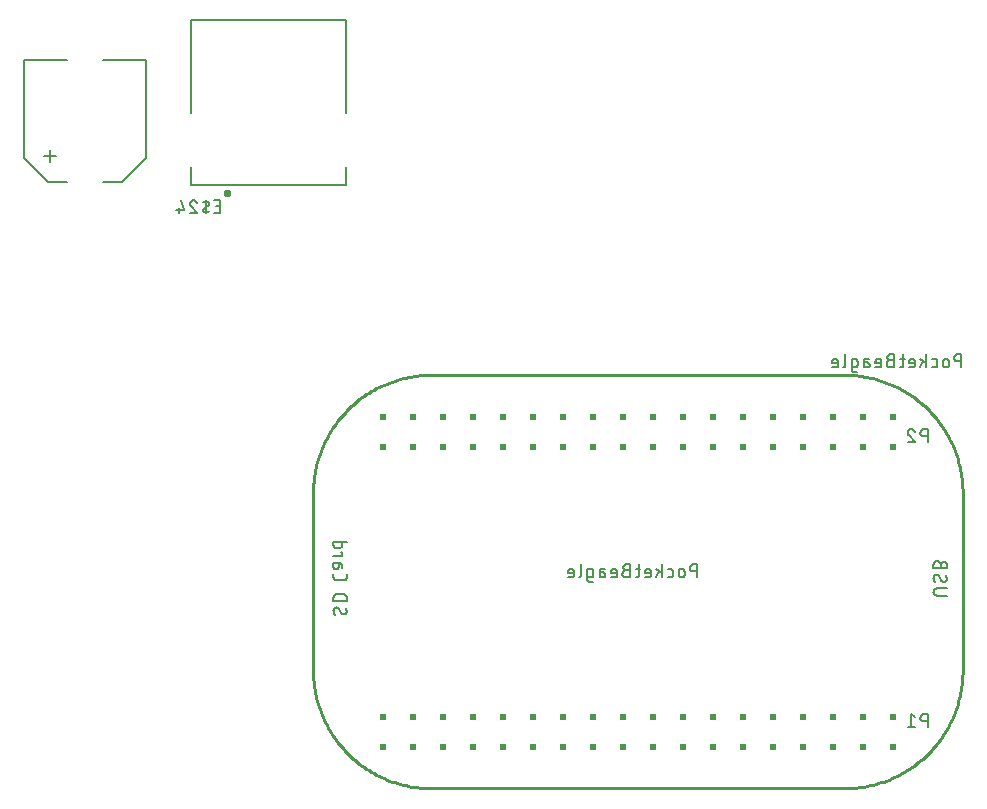
<source format=gbr>
G04 EAGLE Gerber RS-274X export*
G75*
%MOMM*%
%FSLAX34Y34*%
%LPD*%
%INSilkscreen Bottom*%
%IPPOS*%
%AMOC8*
5,1,8,0,0,1.08239X$1,22.5*%
G01*
%ADD10C,0.127000*%
%ADD11C,0.300000*%
%ADD12C,0.152400*%
%ADD13R,0.508000X0.508000*%
%ADD14C,0.254000*%


D10*
X604350Y853500D02*
X735650Y853500D01*
X735650Y868600D01*
X735650Y914400D02*
X735650Y993500D01*
X604350Y993500D01*
X604350Y914400D01*
X604350Y868600D02*
X604350Y853500D01*
D11*
X633500Y846600D02*
X633502Y846677D01*
X633508Y846754D01*
X633518Y846831D01*
X633532Y846907D01*
X633549Y846982D01*
X633571Y847056D01*
X633596Y847129D01*
X633626Y847201D01*
X633658Y847271D01*
X633695Y847339D01*
X633734Y847405D01*
X633777Y847469D01*
X633824Y847531D01*
X633873Y847590D01*
X633926Y847647D01*
X633981Y847701D01*
X634039Y847752D01*
X634100Y847800D01*
X634163Y847845D01*
X634228Y847886D01*
X634295Y847924D01*
X634364Y847959D01*
X634435Y847989D01*
X634507Y848017D01*
X634581Y848040D01*
X634655Y848060D01*
X634731Y848076D01*
X634807Y848088D01*
X634884Y848096D01*
X634961Y848100D01*
X635039Y848100D01*
X635116Y848096D01*
X635193Y848088D01*
X635269Y848076D01*
X635345Y848060D01*
X635419Y848040D01*
X635493Y848017D01*
X635565Y847989D01*
X635636Y847959D01*
X635705Y847924D01*
X635772Y847886D01*
X635837Y847845D01*
X635900Y847800D01*
X635961Y847752D01*
X636019Y847701D01*
X636074Y847647D01*
X636127Y847590D01*
X636176Y847531D01*
X636223Y847469D01*
X636266Y847405D01*
X636305Y847339D01*
X636342Y847271D01*
X636374Y847201D01*
X636404Y847129D01*
X636429Y847056D01*
X636451Y846982D01*
X636468Y846907D01*
X636482Y846831D01*
X636492Y846754D01*
X636498Y846677D01*
X636500Y846600D01*
X636498Y846523D01*
X636492Y846446D01*
X636482Y846369D01*
X636468Y846293D01*
X636451Y846218D01*
X636429Y846144D01*
X636404Y846071D01*
X636374Y845999D01*
X636342Y845929D01*
X636305Y845861D01*
X636266Y845795D01*
X636223Y845731D01*
X636176Y845669D01*
X636127Y845610D01*
X636074Y845553D01*
X636019Y845499D01*
X635961Y845448D01*
X635900Y845400D01*
X635837Y845355D01*
X635772Y845314D01*
X635705Y845276D01*
X635636Y845241D01*
X635565Y845211D01*
X635493Y845183D01*
X635419Y845160D01*
X635345Y845140D01*
X635269Y845124D01*
X635193Y845112D01*
X635116Y845104D01*
X635039Y845100D01*
X634961Y845100D01*
X634884Y845104D01*
X634807Y845112D01*
X634731Y845124D01*
X634655Y845140D01*
X634581Y845160D01*
X634507Y845183D01*
X634435Y845211D01*
X634364Y845241D01*
X634295Y845276D01*
X634228Y845314D01*
X634163Y845355D01*
X634100Y845400D01*
X634039Y845448D01*
X633981Y845499D01*
X633926Y845553D01*
X633873Y845610D01*
X633824Y845669D01*
X633777Y845731D01*
X633734Y845795D01*
X633695Y845861D01*
X633658Y845929D01*
X633626Y845999D01*
X633596Y846071D01*
X633571Y846144D01*
X633549Y846218D01*
X633532Y846293D01*
X633518Y846369D01*
X633508Y846446D01*
X633502Y846523D01*
X633500Y846600D01*
D12*
X628696Y829590D02*
X623729Y829590D01*
X628696Y829590D02*
X628696Y840766D01*
X623729Y840766D01*
X624971Y835798D02*
X628696Y835798D01*
X616857Y840766D02*
X616857Y829590D01*
X616857Y835178D02*
X618409Y836109D01*
X618409Y836108D02*
X618481Y836154D01*
X618550Y836202D01*
X618618Y836254D01*
X618682Y836308D01*
X618745Y836366D01*
X618804Y836426D01*
X618861Y836489D01*
X618915Y836554D01*
X618965Y836622D01*
X619013Y836692D01*
X619057Y836764D01*
X619098Y836839D01*
X619136Y836914D01*
X619170Y836992D01*
X619200Y837071D01*
X619227Y837151D01*
X619250Y837233D01*
X619270Y837315D01*
X619286Y837399D01*
X619297Y837482D01*
X619305Y837567D01*
X619309Y837651D01*
X619310Y837736D01*
X619306Y837821D01*
X619299Y837905D01*
X619287Y837989D01*
X619272Y838072D01*
X619253Y838155D01*
X619230Y838237D01*
X619204Y838317D01*
X619174Y838396D01*
X619140Y838474D01*
X619103Y838550D01*
X619063Y838625D01*
X619019Y838697D01*
X618971Y838767D01*
X618921Y838835D01*
X618868Y838901D01*
X618811Y838964D01*
X618752Y839025D01*
X618690Y839083D01*
X618626Y839138D01*
X618559Y839190D01*
X618490Y839239D01*
X618418Y839284D01*
X618345Y839327D01*
X618270Y839366D01*
X618193Y839401D01*
X618114Y839433D01*
X618034Y839461D01*
X617953Y839486D01*
X617871Y839507D01*
X617788Y839524D01*
X617653Y839547D01*
X617518Y839565D01*
X617383Y839581D01*
X617247Y839592D01*
X617111Y839600D01*
X616974Y839603D01*
X616838Y839604D01*
X616701Y839600D01*
X616565Y839592D01*
X616429Y839581D01*
X616294Y839566D01*
X616159Y839547D01*
X616024Y839525D01*
X615890Y839498D01*
X615757Y839468D01*
X615625Y839435D01*
X615494Y839397D01*
X615364Y839357D01*
X615235Y839312D01*
X615107Y839264D01*
X614981Y839212D01*
X614856Y839157D01*
X614733Y839099D01*
X614611Y839037D01*
X614491Y838972D01*
X614373Y838903D01*
X616857Y835178D02*
X615305Y834246D01*
X615305Y834247D02*
X615233Y834201D01*
X615164Y834153D01*
X615096Y834101D01*
X615032Y834047D01*
X614969Y833989D01*
X614910Y833929D01*
X614853Y833866D01*
X614799Y833801D01*
X614749Y833733D01*
X614701Y833663D01*
X614657Y833591D01*
X614616Y833516D01*
X614578Y833441D01*
X614544Y833363D01*
X614514Y833284D01*
X614487Y833204D01*
X614464Y833122D01*
X614444Y833040D01*
X614428Y832956D01*
X614417Y832873D01*
X614409Y832788D01*
X614405Y832704D01*
X614404Y832619D01*
X614408Y832534D01*
X614415Y832450D01*
X614427Y832366D01*
X614442Y832283D01*
X614461Y832200D01*
X614484Y832118D01*
X614510Y832038D01*
X614540Y831959D01*
X614574Y831881D01*
X614611Y831805D01*
X614651Y831730D01*
X614695Y831658D01*
X614742Y831588D01*
X614793Y831520D01*
X614846Y831454D01*
X614903Y831391D01*
X614962Y831330D01*
X615024Y831272D01*
X615088Y831217D01*
X615155Y831165D01*
X615224Y831116D01*
X615296Y831071D01*
X615369Y831028D01*
X615444Y830990D01*
X615521Y830954D01*
X615600Y830922D01*
X615679Y830894D01*
X615761Y830869D01*
X615843Y830848D01*
X615926Y830831D01*
X616060Y830808D01*
X616195Y830790D01*
X616331Y830774D01*
X616467Y830763D01*
X616603Y830755D01*
X616740Y830752D01*
X616876Y830751D01*
X617012Y830755D01*
X617149Y830763D01*
X617285Y830774D01*
X617420Y830789D01*
X617555Y830808D01*
X617690Y830830D01*
X617824Y830857D01*
X617957Y830887D01*
X618089Y830920D01*
X618220Y830958D01*
X618351Y830998D01*
X618480Y831043D01*
X618607Y831091D01*
X618734Y831143D01*
X618858Y831198D01*
X618982Y831256D01*
X619103Y831318D01*
X619223Y831383D01*
X619341Y831452D01*
X605878Y840766D02*
X605774Y840764D01*
X605669Y840758D01*
X605565Y840748D01*
X605462Y840735D01*
X605359Y840717D01*
X605256Y840696D01*
X605155Y840671D01*
X605054Y840642D01*
X604955Y840609D01*
X604857Y840573D01*
X604761Y840533D01*
X604666Y840489D01*
X604572Y840442D01*
X604481Y840392D01*
X604392Y840338D01*
X604304Y840281D01*
X604219Y840220D01*
X604136Y840156D01*
X604056Y840090D01*
X603978Y840020D01*
X603902Y839948D01*
X603830Y839872D01*
X603760Y839794D01*
X603694Y839714D01*
X603630Y839631D01*
X603569Y839546D01*
X603512Y839458D01*
X603458Y839369D01*
X603408Y839278D01*
X603361Y839184D01*
X603317Y839089D01*
X603277Y838993D01*
X603241Y838895D01*
X603208Y838796D01*
X603179Y838695D01*
X603154Y838594D01*
X603133Y838491D01*
X603115Y838388D01*
X603102Y838285D01*
X603092Y838181D01*
X603086Y838076D01*
X603084Y837972D01*
X605878Y840766D02*
X605997Y840764D01*
X606115Y840758D01*
X606234Y840748D01*
X606352Y840735D01*
X606469Y840717D01*
X606586Y840695D01*
X606702Y840670D01*
X606817Y840641D01*
X606932Y840608D01*
X607045Y840571D01*
X607156Y840531D01*
X607267Y840487D01*
X607375Y840439D01*
X607482Y840388D01*
X607588Y840333D01*
X607691Y840274D01*
X607793Y840213D01*
X607892Y840148D01*
X607990Y840079D01*
X608084Y840008D01*
X608177Y839933D01*
X608267Y839856D01*
X608354Y839775D01*
X608439Y839692D01*
X608521Y839606D01*
X608600Y839517D01*
X608676Y839426D01*
X608749Y839332D01*
X608818Y839236D01*
X608885Y839137D01*
X608948Y839037D01*
X609008Y838934D01*
X609065Y838830D01*
X609117Y838723D01*
X609167Y838615D01*
X609213Y838506D01*
X609255Y838394D01*
X609293Y838282D01*
X604015Y835799D02*
X603940Y835873D01*
X603868Y835950D01*
X603798Y836029D01*
X603731Y836111D01*
X603667Y836195D01*
X603606Y836281D01*
X603548Y836369D01*
X603493Y836460D01*
X603441Y836552D01*
X603393Y836646D01*
X603348Y836741D01*
X603306Y836839D01*
X603268Y836937D01*
X603233Y837037D01*
X603202Y837138D01*
X603175Y837240D01*
X603151Y837343D01*
X603130Y837446D01*
X603114Y837551D01*
X603101Y837656D01*
X603091Y837761D01*
X603086Y837866D01*
X603084Y837972D01*
X604016Y835798D02*
X609293Y829590D01*
X603084Y829590D01*
X597863Y832073D02*
X595380Y840766D01*
X597863Y832073D02*
X591654Y832073D01*
X593517Y829590D02*
X593517Y834557D01*
D10*
X565850Y959550D02*
X529350Y959550D01*
X565850Y959550D02*
X565850Y876550D01*
X545850Y856550D01*
X529350Y856550D01*
X499350Y959550D02*
X462850Y959550D01*
X462850Y876550D01*
X482850Y856550D01*
X499350Y856550D01*
X484350Y873050D02*
X484350Y883050D01*
X489350Y878050D02*
X479350Y878050D01*
D13*
X1198200Y378200D03*
X1198200Y403600D03*
X1172800Y403600D03*
X1172800Y378200D03*
X1147400Y403600D03*
X1147400Y378200D03*
X1122000Y403600D03*
X1096600Y403600D03*
X1071200Y403600D03*
X1122000Y378200D03*
X1096600Y378200D03*
X1071200Y378200D03*
X1045800Y403600D03*
X1045800Y378200D03*
X1020400Y403600D03*
X1020400Y378200D03*
X995000Y403600D03*
X995000Y378200D03*
X969600Y403600D03*
X969600Y378200D03*
X944200Y403600D03*
X944200Y378200D03*
X918800Y403600D03*
X918800Y378200D03*
X893400Y403600D03*
X893400Y378200D03*
X868000Y403600D03*
X868000Y378200D03*
X842600Y403600D03*
X842600Y378200D03*
X817200Y403600D03*
X817200Y378200D03*
X791800Y403600D03*
X791800Y378200D03*
X766400Y403600D03*
X766400Y378200D03*
X1198200Y632200D03*
X1198200Y657600D03*
X1172800Y657600D03*
X1172800Y632200D03*
X1147400Y657600D03*
X1147400Y632200D03*
X1122000Y657600D03*
X1096600Y657600D03*
X1071200Y657600D03*
X1122000Y632200D03*
X1096600Y632200D03*
X1071200Y632200D03*
X1045800Y657600D03*
X1045800Y632200D03*
X1020400Y657600D03*
X1020400Y632200D03*
X995000Y657600D03*
X995000Y632200D03*
X969600Y657600D03*
X969600Y632200D03*
X944200Y657600D03*
X944200Y632200D03*
X918800Y657600D03*
X918800Y632200D03*
X893400Y657600D03*
X893400Y632200D03*
X868000Y657600D03*
X868000Y632200D03*
X842600Y657600D03*
X842600Y632200D03*
X817200Y657600D03*
X817200Y632200D03*
X791800Y657600D03*
X791800Y632200D03*
X766400Y657600D03*
X766400Y632200D03*
D14*
X807300Y692900D02*
X1157300Y692900D01*
X1159716Y692871D01*
X1162131Y692783D01*
X1164543Y692637D01*
X1166951Y692433D01*
X1169354Y692171D01*
X1171749Y691851D01*
X1174136Y691473D01*
X1176513Y691037D01*
X1178878Y690544D01*
X1181232Y689994D01*
X1183571Y689388D01*
X1185895Y688725D01*
X1188202Y688006D01*
X1190491Y687231D01*
X1192760Y686402D01*
X1195009Y685517D01*
X1197236Y684579D01*
X1199440Y683587D01*
X1201619Y682543D01*
X1203772Y681446D01*
X1205898Y680297D01*
X1207996Y679097D01*
X1210064Y677847D01*
X1212101Y676547D01*
X1214106Y675198D01*
X1216079Y673802D01*
X1218016Y672358D01*
X1219919Y670867D01*
X1221784Y669332D01*
X1223612Y667751D01*
X1225402Y666127D01*
X1227151Y664460D01*
X1228860Y662751D01*
X1230527Y661002D01*
X1232151Y659212D01*
X1233732Y657384D01*
X1235267Y655519D01*
X1236758Y653616D01*
X1238202Y651679D01*
X1239598Y649706D01*
X1240947Y647701D01*
X1242247Y645664D01*
X1243497Y643596D01*
X1244697Y641498D01*
X1245846Y639372D01*
X1246943Y637219D01*
X1247987Y635040D01*
X1248979Y632836D01*
X1249917Y630609D01*
X1250802Y628360D01*
X1251631Y626091D01*
X1252406Y623802D01*
X1253125Y621495D01*
X1253788Y619171D01*
X1254394Y616832D01*
X1254944Y614478D01*
X1255437Y612113D01*
X1255873Y609736D01*
X1256251Y607349D01*
X1256571Y604954D01*
X1256833Y602551D01*
X1257037Y600143D01*
X1257183Y597731D01*
X1257271Y595316D01*
X1257300Y592900D01*
X1257300Y442900D01*
X1257271Y440484D01*
X1257183Y438069D01*
X1257037Y435657D01*
X1256833Y433249D01*
X1256571Y430846D01*
X1256251Y428451D01*
X1255873Y426064D01*
X1255437Y423687D01*
X1254944Y421322D01*
X1254394Y418968D01*
X1253788Y416629D01*
X1253125Y414305D01*
X1252406Y411998D01*
X1251631Y409709D01*
X1250802Y407440D01*
X1249917Y405191D01*
X1248979Y402964D01*
X1247987Y400760D01*
X1246943Y398581D01*
X1245846Y396428D01*
X1244697Y394302D01*
X1243497Y392204D01*
X1242247Y390136D01*
X1240947Y388099D01*
X1239598Y386094D01*
X1238202Y384121D01*
X1236758Y382184D01*
X1235267Y380281D01*
X1233732Y378416D01*
X1232151Y376588D01*
X1230527Y374798D01*
X1228860Y373049D01*
X1227151Y371340D01*
X1225402Y369673D01*
X1223612Y368049D01*
X1221784Y366468D01*
X1219919Y364933D01*
X1218016Y363442D01*
X1216079Y361998D01*
X1214106Y360602D01*
X1212101Y359253D01*
X1210064Y357953D01*
X1207996Y356703D01*
X1205898Y355503D01*
X1203772Y354354D01*
X1201619Y353257D01*
X1199440Y352213D01*
X1197236Y351221D01*
X1195009Y350283D01*
X1192760Y349398D01*
X1190491Y348569D01*
X1188202Y347794D01*
X1185895Y347075D01*
X1183571Y346412D01*
X1181232Y345806D01*
X1178878Y345256D01*
X1176513Y344763D01*
X1174136Y344327D01*
X1171749Y343949D01*
X1169354Y343629D01*
X1166951Y343367D01*
X1164543Y343163D01*
X1162131Y343017D01*
X1159716Y342929D01*
X1157300Y342900D01*
X807300Y342900D01*
X804884Y342929D01*
X802469Y343017D01*
X800057Y343163D01*
X797649Y343367D01*
X795246Y343629D01*
X792851Y343949D01*
X790464Y344327D01*
X788087Y344763D01*
X785722Y345256D01*
X783368Y345806D01*
X781029Y346412D01*
X778705Y347075D01*
X776398Y347794D01*
X774109Y348569D01*
X771840Y349398D01*
X769591Y350283D01*
X767364Y351221D01*
X765160Y352213D01*
X762981Y353257D01*
X760828Y354354D01*
X758702Y355503D01*
X756604Y356703D01*
X754536Y357953D01*
X752499Y359253D01*
X750494Y360602D01*
X748521Y361998D01*
X746584Y363442D01*
X744681Y364933D01*
X742816Y366468D01*
X740988Y368049D01*
X739198Y369673D01*
X737449Y371340D01*
X735740Y373049D01*
X734073Y374798D01*
X732449Y376588D01*
X730868Y378416D01*
X729333Y380281D01*
X727842Y382184D01*
X726398Y384121D01*
X725002Y386094D01*
X723653Y388099D01*
X722353Y390136D01*
X721103Y392204D01*
X719903Y394302D01*
X718754Y396428D01*
X717657Y398581D01*
X716613Y400760D01*
X715621Y402964D01*
X714683Y405191D01*
X713798Y407440D01*
X712969Y409709D01*
X712194Y411998D01*
X711475Y414305D01*
X710812Y416629D01*
X710206Y418968D01*
X709656Y421322D01*
X709163Y423687D01*
X708727Y426064D01*
X708349Y428451D01*
X708029Y430846D01*
X707767Y433249D01*
X707563Y435657D01*
X707417Y438069D01*
X707329Y440484D01*
X707300Y442900D01*
X707300Y592900D01*
X707329Y595316D01*
X707417Y597731D01*
X707563Y600143D01*
X707767Y602551D01*
X708029Y604954D01*
X708349Y607349D01*
X708727Y609736D01*
X709163Y612113D01*
X709656Y614478D01*
X710206Y616832D01*
X710812Y619171D01*
X711475Y621495D01*
X712194Y623802D01*
X712969Y626091D01*
X713798Y628360D01*
X714683Y630609D01*
X715621Y632836D01*
X716613Y635040D01*
X717657Y637219D01*
X718754Y639372D01*
X719903Y641498D01*
X721103Y643596D01*
X722353Y645664D01*
X723653Y647701D01*
X725002Y649706D01*
X726398Y651679D01*
X727842Y653616D01*
X729333Y655519D01*
X730868Y657384D01*
X732449Y659212D01*
X734073Y661002D01*
X735740Y662751D01*
X737449Y664460D01*
X739198Y666127D01*
X740988Y667751D01*
X742816Y669332D01*
X744681Y670867D01*
X746584Y672358D01*
X748521Y673802D01*
X750494Y675198D01*
X752499Y676547D01*
X754536Y677847D01*
X756604Y679097D01*
X758702Y680297D01*
X760828Y681446D01*
X762981Y682543D01*
X765160Y683587D01*
X767364Y684579D01*
X769591Y685517D01*
X771840Y686402D01*
X774109Y687231D01*
X776398Y688006D01*
X778705Y688725D01*
X781029Y689388D01*
X783368Y689994D01*
X785722Y690544D01*
X788087Y691037D01*
X790464Y691473D01*
X792851Y691851D01*
X795246Y692171D01*
X797649Y692433D01*
X800057Y692637D01*
X802469Y692783D01*
X804884Y692871D01*
X807300Y692900D01*
D12*
X1032594Y532638D02*
X1032594Y521462D01*
X1032594Y532638D02*
X1029490Y532638D01*
X1029379Y532636D01*
X1029269Y532630D01*
X1029158Y532620D01*
X1029048Y532606D01*
X1028939Y532589D01*
X1028830Y532567D01*
X1028722Y532542D01*
X1028616Y532512D01*
X1028510Y532479D01*
X1028405Y532442D01*
X1028302Y532402D01*
X1028201Y532357D01*
X1028101Y532310D01*
X1028002Y532258D01*
X1027906Y532203D01*
X1027812Y532145D01*
X1027720Y532084D01*
X1027630Y532019D01*
X1027542Y531951D01*
X1027457Y531880D01*
X1027375Y531806D01*
X1027295Y531729D01*
X1027218Y531649D01*
X1027144Y531567D01*
X1027073Y531482D01*
X1027005Y531394D01*
X1026940Y531304D01*
X1026879Y531212D01*
X1026821Y531118D01*
X1026766Y531022D01*
X1026714Y530923D01*
X1026667Y530823D01*
X1026622Y530722D01*
X1026582Y530619D01*
X1026545Y530514D01*
X1026512Y530408D01*
X1026482Y530302D01*
X1026457Y530194D01*
X1026435Y530085D01*
X1026418Y529976D01*
X1026404Y529866D01*
X1026394Y529755D01*
X1026388Y529645D01*
X1026386Y529534D01*
X1026388Y529423D01*
X1026394Y529313D01*
X1026404Y529202D01*
X1026418Y529092D01*
X1026435Y528983D01*
X1026457Y528874D01*
X1026482Y528766D01*
X1026512Y528660D01*
X1026545Y528554D01*
X1026582Y528449D01*
X1026622Y528346D01*
X1026667Y528245D01*
X1026714Y528145D01*
X1026766Y528046D01*
X1026821Y527950D01*
X1026879Y527856D01*
X1026940Y527764D01*
X1027005Y527674D01*
X1027073Y527586D01*
X1027144Y527501D01*
X1027218Y527419D01*
X1027295Y527339D01*
X1027375Y527262D01*
X1027457Y527188D01*
X1027542Y527117D01*
X1027630Y527049D01*
X1027720Y526984D01*
X1027812Y526923D01*
X1027906Y526865D01*
X1028002Y526810D01*
X1028101Y526758D01*
X1028201Y526711D01*
X1028302Y526666D01*
X1028405Y526626D01*
X1028510Y526589D01*
X1028616Y526556D01*
X1028722Y526526D01*
X1028830Y526501D01*
X1028939Y526479D01*
X1029048Y526462D01*
X1029158Y526448D01*
X1029269Y526438D01*
X1029379Y526432D01*
X1029490Y526430D01*
X1029490Y526429D02*
X1032594Y526429D01*
X1021898Y526429D02*
X1021898Y523946D01*
X1021899Y526429D02*
X1021897Y526528D01*
X1021891Y526626D01*
X1021881Y526725D01*
X1021868Y526822D01*
X1021850Y526920D01*
X1021829Y527016D01*
X1021803Y527112D01*
X1021774Y527206D01*
X1021742Y527299D01*
X1021705Y527391D01*
X1021665Y527481D01*
X1021621Y527570D01*
X1021574Y527657D01*
X1021524Y527742D01*
X1021470Y527824D01*
X1021413Y527905D01*
X1021353Y527983D01*
X1021289Y528059D01*
X1021223Y528132D01*
X1021154Y528203D01*
X1021082Y528271D01*
X1021007Y528335D01*
X1020930Y528397D01*
X1020851Y528456D01*
X1020769Y528511D01*
X1020685Y528564D01*
X1020600Y528612D01*
X1020512Y528658D01*
X1020422Y528700D01*
X1020331Y528738D01*
X1020239Y528772D01*
X1020145Y528803D01*
X1020050Y528830D01*
X1019954Y528854D01*
X1019857Y528873D01*
X1019760Y528889D01*
X1019662Y528901D01*
X1019563Y528909D01*
X1019464Y528913D01*
X1019366Y528913D01*
X1019267Y528909D01*
X1019168Y528901D01*
X1019070Y528889D01*
X1018973Y528873D01*
X1018876Y528854D01*
X1018780Y528830D01*
X1018685Y528803D01*
X1018591Y528772D01*
X1018499Y528738D01*
X1018408Y528700D01*
X1018318Y528658D01*
X1018230Y528612D01*
X1018145Y528564D01*
X1018061Y528511D01*
X1017979Y528456D01*
X1017900Y528397D01*
X1017823Y528335D01*
X1017748Y528271D01*
X1017676Y528203D01*
X1017607Y528132D01*
X1017541Y528059D01*
X1017477Y527983D01*
X1017417Y527905D01*
X1017360Y527824D01*
X1017306Y527742D01*
X1017256Y527657D01*
X1017209Y527570D01*
X1017165Y527481D01*
X1017125Y527391D01*
X1017088Y527299D01*
X1017056Y527206D01*
X1017027Y527112D01*
X1017001Y527016D01*
X1016980Y526920D01*
X1016962Y526822D01*
X1016949Y526725D01*
X1016939Y526626D01*
X1016933Y526528D01*
X1016931Y526429D01*
X1016931Y523946D01*
X1016933Y523847D01*
X1016939Y523749D01*
X1016949Y523650D01*
X1016962Y523553D01*
X1016980Y523455D01*
X1017001Y523359D01*
X1017027Y523263D01*
X1017056Y523169D01*
X1017088Y523076D01*
X1017125Y522984D01*
X1017165Y522894D01*
X1017209Y522805D01*
X1017256Y522718D01*
X1017306Y522633D01*
X1017360Y522551D01*
X1017417Y522470D01*
X1017477Y522392D01*
X1017541Y522316D01*
X1017607Y522243D01*
X1017676Y522172D01*
X1017748Y522104D01*
X1017823Y522040D01*
X1017900Y521978D01*
X1017979Y521919D01*
X1018061Y521864D01*
X1018145Y521811D01*
X1018230Y521763D01*
X1018318Y521717D01*
X1018408Y521675D01*
X1018499Y521637D01*
X1018591Y521603D01*
X1018685Y521572D01*
X1018780Y521545D01*
X1018876Y521521D01*
X1018973Y521502D01*
X1019070Y521486D01*
X1019168Y521474D01*
X1019267Y521466D01*
X1019366Y521462D01*
X1019464Y521462D01*
X1019563Y521466D01*
X1019662Y521474D01*
X1019760Y521486D01*
X1019857Y521502D01*
X1019954Y521521D01*
X1020050Y521545D01*
X1020145Y521572D01*
X1020239Y521603D01*
X1020331Y521637D01*
X1020422Y521675D01*
X1020512Y521717D01*
X1020600Y521763D01*
X1020685Y521811D01*
X1020769Y521864D01*
X1020851Y521919D01*
X1020930Y521978D01*
X1021007Y522040D01*
X1021082Y522104D01*
X1021154Y522172D01*
X1021223Y522243D01*
X1021289Y522316D01*
X1021353Y522392D01*
X1021413Y522470D01*
X1021470Y522551D01*
X1021524Y522633D01*
X1021574Y522718D01*
X1021621Y522805D01*
X1021665Y522894D01*
X1021705Y522984D01*
X1021742Y523076D01*
X1021774Y523169D01*
X1021803Y523263D01*
X1021829Y523359D01*
X1021850Y523455D01*
X1021868Y523553D01*
X1021881Y523650D01*
X1021891Y523749D01*
X1021897Y523847D01*
X1021899Y523946D01*
X1010113Y521462D02*
X1007630Y521462D01*
X1010113Y521462D02*
X1010197Y521464D01*
X1010280Y521470D01*
X1010363Y521479D01*
X1010446Y521492D01*
X1010528Y521509D01*
X1010609Y521529D01*
X1010689Y521553D01*
X1010768Y521581D01*
X1010845Y521612D01*
X1010921Y521646D01*
X1010996Y521684D01*
X1011069Y521726D01*
X1011139Y521770D01*
X1011208Y521818D01*
X1011275Y521868D01*
X1011339Y521922D01*
X1011400Y521978D01*
X1011460Y522038D01*
X1011516Y522099D01*
X1011570Y522163D01*
X1011620Y522230D01*
X1011668Y522299D01*
X1011712Y522369D01*
X1011754Y522442D01*
X1011792Y522517D01*
X1011826Y522593D01*
X1011857Y522670D01*
X1011885Y522749D01*
X1011909Y522829D01*
X1011929Y522910D01*
X1011946Y522992D01*
X1011959Y523075D01*
X1011969Y523158D01*
X1011974Y523241D01*
X1011976Y523325D01*
X1011976Y527050D01*
X1011974Y527134D01*
X1011969Y527217D01*
X1011959Y527300D01*
X1011946Y527383D01*
X1011929Y527465D01*
X1011909Y527546D01*
X1011885Y527626D01*
X1011857Y527705D01*
X1011826Y527782D01*
X1011792Y527858D01*
X1011754Y527933D01*
X1011712Y528006D01*
X1011668Y528076D01*
X1011620Y528145D01*
X1011570Y528212D01*
X1011516Y528276D01*
X1011460Y528337D01*
X1011400Y528397D01*
X1011339Y528453D01*
X1011275Y528507D01*
X1011208Y528557D01*
X1011139Y528605D01*
X1011069Y528649D01*
X1010996Y528691D01*
X1010921Y528729D01*
X1010845Y528763D01*
X1010768Y528794D01*
X1010689Y528822D01*
X1010609Y528846D01*
X1010528Y528866D01*
X1010446Y528883D01*
X1010363Y528896D01*
X1010280Y528906D01*
X1010197Y528911D01*
X1010113Y528913D01*
X1007630Y528913D01*
X1002679Y532638D02*
X1002679Y521462D01*
X1002679Y525187D02*
X997712Y528913D01*
X1000506Y526740D02*
X997712Y521462D01*
X991461Y521462D02*
X988356Y521462D01*
X991461Y521462D02*
X991545Y521464D01*
X991628Y521470D01*
X991711Y521479D01*
X991794Y521492D01*
X991876Y521509D01*
X991957Y521529D01*
X992037Y521553D01*
X992116Y521581D01*
X992193Y521612D01*
X992269Y521646D01*
X992344Y521684D01*
X992417Y521726D01*
X992487Y521770D01*
X992556Y521818D01*
X992623Y521868D01*
X992687Y521922D01*
X992748Y521978D01*
X992808Y522038D01*
X992864Y522099D01*
X992918Y522163D01*
X992968Y522230D01*
X993016Y522299D01*
X993060Y522369D01*
X993102Y522442D01*
X993140Y522517D01*
X993174Y522593D01*
X993205Y522670D01*
X993233Y522749D01*
X993257Y522829D01*
X993277Y522910D01*
X993294Y522992D01*
X993307Y523075D01*
X993317Y523158D01*
X993322Y523241D01*
X993324Y523325D01*
X993323Y523325D02*
X993323Y526429D01*
X993324Y526429D02*
X993322Y526528D01*
X993316Y526626D01*
X993306Y526725D01*
X993293Y526822D01*
X993275Y526920D01*
X993254Y527016D01*
X993228Y527112D01*
X993199Y527206D01*
X993167Y527299D01*
X993130Y527391D01*
X993090Y527481D01*
X993046Y527570D01*
X992999Y527657D01*
X992949Y527742D01*
X992895Y527824D01*
X992838Y527905D01*
X992778Y527983D01*
X992714Y528059D01*
X992648Y528132D01*
X992579Y528203D01*
X992507Y528271D01*
X992432Y528335D01*
X992355Y528397D01*
X992276Y528456D01*
X992194Y528511D01*
X992110Y528564D01*
X992025Y528612D01*
X991937Y528658D01*
X991847Y528700D01*
X991756Y528738D01*
X991664Y528772D01*
X991570Y528803D01*
X991475Y528830D01*
X991379Y528854D01*
X991282Y528873D01*
X991185Y528889D01*
X991087Y528901D01*
X990988Y528909D01*
X990889Y528913D01*
X990791Y528913D01*
X990692Y528909D01*
X990593Y528901D01*
X990495Y528889D01*
X990398Y528873D01*
X990301Y528854D01*
X990205Y528830D01*
X990110Y528803D01*
X990016Y528772D01*
X989924Y528738D01*
X989833Y528700D01*
X989743Y528658D01*
X989655Y528612D01*
X989570Y528564D01*
X989486Y528511D01*
X989404Y528456D01*
X989325Y528397D01*
X989248Y528335D01*
X989173Y528271D01*
X989101Y528203D01*
X989032Y528132D01*
X988966Y528059D01*
X988902Y527983D01*
X988842Y527905D01*
X988785Y527824D01*
X988731Y527742D01*
X988681Y527657D01*
X988634Y527570D01*
X988590Y527481D01*
X988550Y527391D01*
X988513Y527299D01*
X988481Y527206D01*
X988452Y527112D01*
X988426Y527016D01*
X988405Y526920D01*
X988387Y526822D01*
X988374Y526725D01*
X988364Y526626D01*
X988358Y526528D01*
X988356Y526429D01*
X988356Y525187D01*
X993323Y525187D01*
X984436Y528913D02*
X980711Y528913D01*
X983194Y532638D02*
X983194Y523325D01*
X983195Y523325D02*
X983193Y523241D01*
X983187Y523158D01*
X983178Y523075D01*
X983165Y522992D01*
X983148Y522910D01*
X983128Y522829D01*
X983104Y522749D01*
X983076Y522670D01*
X983045Y522593D01*
X983011Y522517D01*
X982973Y522442D01*
X982931Y522369D01*
X982887Y522299D01*
X982839Y522230D01*
X982789Y522163D01*
X982735Y522099D01*
X982679Y522038D01*
X982619Y521978D01*
X982558Y521922D01*
X982494Y521868D01*
X982427Y521818D01*
X982358Y521770D01*
X982288Y521726D01*
X982215Y521684D01*
X982140Y521646D01*
X982064Y521612D01*
X981987Y521581D01*
X981908Y521553D01*
X981828Y521529D01*
X981747Y521509D01*
X981665Y521492D01*
X981582Y521479D01*
X981499Y521469D01*
X981416Y521464D01*
X981332Y521462D01*
X980711Y521462D01*
X975445Y527671D02*
X972340Y527671D01*
X972340Y527670D02*
X972229Y527668D01*
X972119Y527662D01*
X972008Y527652D01*
X971898Y527638D01*
X971789Y527621D01*
X971680Y527599D01*
X971572Y527574D01*
X971466Y527544D01*
X971360Y527511D01*
X971255Y527474D01*
X971152Y527434D01*
X971051Y527389D01*
X970951Y527342D01*
X970852Y527290D01*
X970756Y527235D01*
X970662Y527177D01*
X970570Y527116D01*
X970480Y527051D01*
X970392Y526983D01*
X970307Y526912D01*
X970225Y526838D01*
X970145Y526761D01*
X970068Y526681D01*
X969994Y526599D01*
X969923Y526514D01*
X969855Y526426D01*
X969790Y526336D01*
X969729Y526244D01*
X969671Y526150D01*
X969616Y526054D01*
X969564Y525955D01*
X969517Y525855D01*
X969472Y525754D01*
X969432Y525651D01*
X969395Y525546D01*
X969362Y525440D01*
X969332Y525334D01*
X969307Y525226D01*
X969285Y525117D01*
X969268Y525008D01*
X969254Y524898D01*
X969244Y524787D01*
X969238Y524677D01*
X969236Y524566D01*
X969238Y524455D01*
X969244Y524345D01*
X969254Y524234D01*
X969268Y524124D01*
X969285Y524015D01*
X969307Y523906D01*
X969332Y523798D01*
X969362Y523692D01*
X969395Y523586D01*
X969432Y523481D01*
X969472Y523378D01*
X969517Y523277D01*
X969564Y523177D01*
X969616Y523078D01*
X969671Y522982D01*
X969729Y522888D01*
X969790Y522796D01*
X969855Y522706D01*
X969923Y522618D01*
X969994Y522533D01*
X970068Y522451D01*
X970145Y522371D01*
X970225Y522294D01*
X970307Y522220D01*
X970392Y522149D01*
X970480Y522081D01*
X970570Y522016D01*
X970662Y521955D01*
X970756Y521897D01*
X970852Y521842D01*
X970951Y521790D01*
X971051Y521743D01*
X971152Y521698D01*
X971255Y521658D01*
X971360Y521621D01*
X971466Y521588D01*
X971572Y521558D01*
X971680Y521533D01*
X971789Y521511D01*
X971898Y521494D01*
X972008Y521480D01*
X972119Y521470D01*
X972229Y521464D01*
X972340Y521462D01*
X975445Y521462D01*
X975445Y532638D01*
X972340Y532638D01*
X972241Y532636D01*
X972143Y532630D01*
X972044Y532620D01*
X971947Y532607D01*
X971849Y532589D01*
X971753Y532568D01*
X971657Y532542D01*
X971563Y532513D01*
X971470Y532481D01*
X971378Y532444D01*
X971288Y532404D01*
X971199Y532360D01*
X971112Y532313D01*
X971027Y532263D01*
X970945Y532209D01*
X970864Y532152D01*
X970786Y532092D01*
X970710Y532028D01*
X970637Y531962D01*
X970566Y531893D01*
X970498Y531821D01*
X970434Y531746D01*
X970372Y531669D01*
X970313Y531590D01*
X970258Y531508D01*
X970205Y531424D01*
X970157Y531339D01*
X970111Y531251D01*
X970069Y531161D01*
X970031Y531070D01*
X969997Y530978D01*
X969966Y530884D01*
X969939Y530789D01*
X969915Y530693D01*
X969896Y530596D01*
X969880Y530499D01*
X969868Y530401D01*
X969860Y530302D01*
X969856Y530203D01*
X969856Y530105D01*
X969860Y530006D01*
X969868Y529907D01*
X969880Y529809D01*
X969896Y529712D01*
X969915Y529615D01*
X969939Y529519D01*
X969966Y529424D01*
X969997Y529330D01*
X970031Y529238D01*
X970069Y529147D01*
X970111Y529057D01*
X970157Y528969D01*
X970205Y528884D01*
X970258Y528800D01*
X970313Y528718D01*
X970372Y528639D01*
X970434Y528562D01*
X970498Y528487D01*
X970566Y528415D01*
X970637Y528346D01*
X970710Y528280D01*
X970786Y528216D01*
X970864Y528156D01*
X970945Y528099D01*
X971027Y528045D01*
X971112Y527995D01*
X971199Y527948D01*
X971288Y527904D01*
X971378Y527864D01*
X971470Y527827D01*
X971563Y527795D01*
X971657Y527766D01*
X971753Y527740D01*
X971849Y527719D01*
X971947Y527701D01*
X972044Y527688D01*
X972143Y527678D01*
X972241Y527672D01*
X972340Y527670D01*
X962886Y521462D02*
X959781Y521462D01*
X962886Y521462D02*
X962970Y521464D01*
X963053Y521470D01*
X963136Y521479D01*
X963219Y521492D01*
X963301Y521509D01*
X963382Y521529D01*
X963462Y521553D01*
X963541Y521581D01*
X963618Y521612D01*
X963694Y521646D01*
X963769Y521684D01*
X963842Y521726D01*
X963912Y521770D01*
X963981Y521818D01*
X964048Y521868D01*
X964112Y521922D01*
X964173Y521978D01*
X964233Y522038D01*
X964289Y522099D01*
X964343Y522163D01*
X964393Y522230D01*
X964441Y522299D01*
X964485Y522369D01*
X964527Y522442D01*
X964565Y522517D01*
X964599Y522593D01*
X964630Y522670D01*
X964658Y522749D01*
X964682Y522829D01*
X964702Y522910D01*
X964719Y522992D01*
X964732Y523075D01*
X964742Y523158D01*
X964747Y523241D01*
X964749Y523325D01*
X964748Y523325D02*
X964748Y526429D01*
X964749Y526429D02*
X964747Y526528D01*
X964741Y526626D01*
X964731Y526725D01*
X964718Y526822D01*
X964700Y526920D01*
X964679Y527016D01*
X964653Y527112D01*
X964624Y527206D01*
X964592Y527299D01*
X964555Y527391D01*
X964515Y527481D01*
X964471Y527570D01*
X964424Y527657D01*
X964374Y527742D01*
X964320Y527824D01*
X964263Y527905D01*
X964203Y527983D01*
X964139Y528059D01*
X964073Y528132D01*
X964004Y528203D01*
X963932Y528271D01*
X963857Y528335D01*
X963780Y528397D01*
X963701Y528456D01*
X963619Y528511D01*
X963535Y528564D01*
X963450Y528612D01*
X963362Y528658D01*
X963272Y528700D01*
X963181Y528738D01*
X963089Y528772D01*
X962995Y528803D01*
X962900Y528830D01*
X962804Y528854D01*
X962707Y528873D01*
X962610Y528889D01*
X962512Y528901D01*
X962413Y528909D01*
X962314Y528913D01*
X962216Y528913D01*
X962117Y528909D01*
X962018Y528901D01*
X961920Y528889D01*
X961823Y528873D01*
X961726Y528854D01*
X961630Y528830D01*
X961535Y528803D01*
X961441Y528772D01*
X961349Y528738D01*
X961258Y528700D01*
X961168Y528658D01*
X961080Y528612D01*
X960995Y528564D01*
X960911Y528511D01*
X960829Y528456D01*
X960750Y528397D01*
X960673Y528335D01*
X960598Y528271D01*
X960526Y528203D01*
X960457Y528132D01*
X960391Y528059D01*
X960327Y527983D01*
X960267Y527905D01*
X960210Y527824D01*
X960156Y527742D01*
X960106Y527657D01*
X960059Y527570D01*
X960015Y527481D01*
X959975Y527391D01*
X959938Y527299D01*
X959906Y527206D01*
X959877Y527112D01*
X959851Y527016D01*
X959830Y526920D01*
X959812Y526822D01*
X959799Y526725D01*
X959789Y526626D01*
X959783Y526528D01*
X959781Y526429D01*
X959781Y525187D01*
X964748Y525187D01*
X952743Y525808D02*
X949949Y525808D01*
X952743Y525808D02*
X952835Y525806D01*
X952927Y525800D01*
X953019Y525790D01*
X953110Y525777D01*
X953201Y525759D01*
X953291Y525738D01*
X953379Y525713D01*
X953467Y525684D01*
X953553Y525651D01*
X953638Y525615D01*
X953721Y525575D01*
X953803Y525532D01*
X953882Y525485D01*
X953960Y525435D01*
X954035Y525382D01*
X954108Y525326D01*
X954179Y525266D01*
X954247Y525204D01*
X954312Y525139D01*
X954374Y525071D01*
X954434Y525000D01*
X954490Y524927D01*
X954543Y524852D01*
X954593Y524774D01*
X954640Y524695D01*
X954683Y524613D01*
X954723Y524530D01*
X954759Y524445D01*
X954792Y524359D01*
X954821Y524271D01*
X954846Y524183D01*
X954867Y524093D01*
X954885Y524002D01*
X954898Y523911D01*
X954908Y523819D01*
X954914Y523727D01*
X954916Y523635D01*
X954914Y523543D01*
X954908Y523451D01*
X954898Y523359D01*
X954885Y523268D01*
X954867Y523177D01*
X954846Y523087D01*
X954821Y522999D01*
X954792Y522911D01*
X954759Y522825D01*
X954723Y522740D01*
X954683Y522657D01*
X954640Y522575D01*
X954593Y522496D01*
X954543Y522418D01*
X954490Y522343D01*
X954434Y522270D01*
X954374Y522199D01*
X954312Y522131D01*
X954247Y522066D01*
X954179Y522004D01*
X954108Y521944D01*
X954035Y521888D01*
X953960Y521835D01*
X953882Y521785D01*
X953803Y521738D01*
X953721Y521695D01*
X953638Y521655D01*
X953553Y521619D01*
X953467Y521586D01*
X953379Y521557D01*
X953291Y521532D01*
X953201Y521511D01*
X953110Y521493D01*
X953019Y521480D01*
X952927Y521470D01*
X952835Y521464D01*
X952743Y521462D01*
X949949Y521462D01*
X949949Y527050D01*
X949951Y527134D01*
X949957Y527217D01*
X949966Y527300D01*
X949979Y527383D01*
X949996Y527465D01*
X950016Y527546D01*
X950040Y527626D01*
X950068Y527705D01*
X950099Y527782D01*
X950133Y527858D01*
X950171Y527933D01*
X950213Y528006D01*
X950257Y528076D01*
X950305Y528145D01*
X950355Y528212D01*
X950409Y528276D01*
X950465Y528337D01*
X950525Y528397D01*
X950586Y528453D01*
X950650Y528507D01*
X950717Y528557D01*
X950786Y528605D01*
X950856Y528649D01*
X950929Y528691D01*
X951004Y528729D01*
X951080Y528763D01*
X951157Y528794D01*
X951236Y528822D01*
X951316Y528846D01*
X951397Y528866D01*
X951479Y528883D01*
X951562Y528896D01*
X951645Y528906D01*
X951728Y528911D01*
X951812Y528913D01*
X954295Y528913D01*
X942767Y521462D02*
X939662Y521462D01*
X942767Y521462D02*
X942851Y521464D01*
X942934Y521470D01*
X943017Y521479D01*
X943100Y521492D01*
X943182Y521509D01*
X943263Y521529D01*
X943343Y521553D01*
X943422Y521581D01*
X943499Y521612D01*
X943575Y521646D01*
X943650Y521684D01*
X943723Y521726D01*
X943793Y521770D01*
X943862Y521818D01*
X943929Y521868D01*
X943993Y521922D01*
X944054Y521978D01*
X944114Y522038D01*
X944170Y522099D01*
X944224Y522163D01*
X944274Y522230D01*
X944322Y522299D01*
X944366Y522369D01*
X944408Y522442D01*
X944446Y522517D01*
X944480Y522593D01*
X944511Y522670D01*
X944539Y522749D01*
X944563Y522829D01*
X944583Y522910D01*
X944600Y522992D01*
X944613Y523075D01*
X944623Y523158D01*
X944628Y523241D01*
X944630Y523325D01*
X944629Y523325D02*
X944629Y527050D01*
X944630Y527050D02*
X944628Y527134D01*
X944623Y527217D01*
X944613Y527300D01*
X944600Y527383D01*
X944583Y527465D01*
X944563Y527546D01*
X944539Y527626D01*
X944511Y527705D01*
X944480Y527782D01*
X944446Y527858D01*
X944408Y527933D01*
X944366Y528006D01*
X944322Y528076D01*
X944274Y528145D01*
X944224Y528212D01*
X944170Y528276D01*
X944114Y528337D01*
X944054Y528397D01*
X943993Y528453D01*
X943929Y528507D01*
X943862Y528557D01*
X943793Y528605D01*
X943723Y528649D01*
X943650Y528691D01*
X943575Y528729D01*
X943499Y528763D01*
X943422Y528794D01*
X943343Y528822D01*
X943263Y528846D01*
X943182Y528866D01*
X943100Y528883D01*
X943017Y528896D01*
X942934Y528906D01*
X942851Y528911D01*
X942767Y528913D01*
X939662Y528913D01*
X939662Y519599D01*
X939664Y519515D01*
X939669Y519432D01*
X939679Y519349D01*
X939692Y519266D01*
X939709Y519184D01*
X939729Y519103D01*
X939753Y519023D01*
X939781Y518944D01*
X939812Y518867D01*
X939846Y518791D01*
X939884Y518716D01*
X939926Y518643D01*
X939970Y518573D01*
X940018Y518504D01*
X940068Y518437D01*
X940122Y518373D01*
X940178Y518312D01*
X940238Y518252D01*
X940299Y518196D01*
X940363Y518142D01*
X940430Y518092D01*
X940499Y518044D01*
X940569Y518000D01*
X940642Y517958D01*
X940717Y517920D01*
X940793Y517886D01*
X940870Y517855D01*
X940949Y517827D01*
X941029Y517803D01*
X941110Y517783D01*
X941192Y517766D01*
X941275Y517753D01*
X941358Y517743D01*
X941441Y517738D01*
X941525Y517736D01*
X941525Y517737D02*
X944008Y517737D01*
X934177Y523325D02*
X934177Y532638D01*
X934177Y523325D02*
X934175Y523239D01*
X934169Y523153D01*
X934159Y523068D01*
X934145Y522983D01*
X934128Y522898D01*
X934106Y522815D01*
X934080Y522733D01*
X934051Y522652D01*
X934018Y522573D01*
X933982Y522495D01*
X933942Y522418D01*
X933898Y522344D01*
X933851Y522272D01*
X933801Y522202D01*
X933747Y522135D01*
X933691Y522070D01*
X933631Y522008D01*
X933569Y521948D01*
X933504Y521892D01*
X933437Y521838D01*
X933367Y521788D01*
X933295Y521741D01*
X933221Y521697D01*
X933144Y521657D01*
X933067Y521621D01*
X932987Y521588D01*
X932906Y521559D01*
X932824Y521533D01*
X932741Y521511D01*
X932656Y521494D01*
X932571Y521480D01*
X932486Y521470D01*
X932400Y521464D01*
X932314Y521462D01*
X926310Y521462D02*
X923206Y521462D01*
X926310Y521462D02*
X926394Y521464D01*
X926477Y521470D01*
X926560Y521479D01*
X926643Y521492D01*
X926725Y521509D01*
X926806Y521529D01*
X926886Y521553D01*
X926965Y521581D01*
X927042Y521612D01*
X927118Y521646D01*
X927193Y521684D01*
X927266Y521726D01*
X927336Y521770D01*
X927405Y521818D01*
X927472Y521868D01*
X927536Y521922D01*
X927597Y521978D01*
X927657Y522038D01*
X927713Y522099D01*
X927767Y522163D01*
X927817Y522230D01*
X927865Y522299D01*
X927909Y522369D01*
X927951Y522442D01*
X927989Y522517D01*
X928023Y522593D01*
X928054Y522670D01*
X928082Y522749D01*
X928106Y522829D01*
X928126Y522910D01*
X928143Y522992D01*
X928156Y523075D01*
X928166Y523158D01*
X928171Y523241D01*
X928173Y523325D01*
X928173Y526429D01*
X928171Y526528D01*
X928165Y526626D01*
X928155Y526725D01*
X928142Y526822D01*
X928124Y526920D01*
X928103Y527016D01*
X928077Y527112D01*
X928048Y527206D01*
X928016Y527299D01*
X927979Y527391D01*
X927939Y527481D01*
X927895Y527570D01*
X927848Y527657D01*
X927798Y527742D01*
X927744Y527824D01*
X927687Y527905D01*
X927627Y527983D01*
X927563Y528059D01*
X927497Y528132D01*
X927428Y528203D01*
X927356Y528271D01*
X927281Y528335D01*
X927204Y528397D01*
X927125Y528456D01*
X927043Y528511D01*
X926959Y528564D01*
X926874Y528612D01*
X926786Y528658D01*
X926696Y528700D01*
X926605Y528738D01*
X926513Y528772D01*
X926419Y528803D01*
X926324Y528830D01*
X926228Y528854D01*
X926131Y528873D01*
X926034Y528889D01*
X925936Y528901D01*
X925837Y528909D01*
X925738Y528913D01*
X925640Y528913D01*
X925541Y528909D01*
X925442Y528901D01*
X925344Y528889D01*
X925247Y528873D01*
X925150Y528854D01*
X925054Y528830D01*
X924959Y528803D01*
X924865Y528772D01*
X924773Y528738D01*
X924682Y528700D01*
X924592Y528658D01*
X924504Y528612D01*
X924419Y528564D01*
X924335Y528511D01*
X924253Y528456D01*
X924174Y528397D01*
X924097Y528335D01*
X924022Y528271D01*
X923950Y528203D01*
X923881Y528132D01*
X923815Y528059D01*
X923751Y527983D01*
X923691Y527905D01*
X923634Y527824D01*
X923580Y527742D01*
X923530Y527657D01*
X923483Y527570D01*
X923439Y527481D01*
X923399Y527391D01*
X923362Y527299D01*
X923330Y527206D01*
X923301Y527112D01*
X923275Y527016D01*
X923254Y526920D01*
X923236Y526822D01*
X923223Y526725D01*
X923213Y526626D01*
X923207Y526528D01*
X923205Y526429D01*
X923206Y526429D02*
X923206Y525187D01*
X928173Y525187D01*
X1227723Y635762D02*
X1227723Y646938D01*
X1224619Y646938D01*
X1224508Y646936D01*
X1224398Y646930D01*
X1224287Y646920D01*
X1224177Y646906D01*
X1224068Y646889D01*
X1223959Y646867D01*
X1223851Y646842D01*
X1223745Y646812D01*
X1223639Y646779D01*
X1223534Y646742D01*
X1223431Y646702D01*
X1223330Y646657D01*
X1223230Y646610D01*
X1223131Y646558D01*
X1223035Y646503D01*
X1222941Y646445D01*
X1222849Y646384D01*
X1222759Y646319D01*
X1222671Y646251D01*
X1222586Y646180D01*
X1222504Y646106D01*
X1222424Y646029D01*
X1222347Y645949D01*
X1222273Y645867D01*
X1222202Y645782D01*
X1222134Y645694D01*
X1222069Y645604D01*
X1222008Y645512D01*
X1221950Y645418D01*
X1221895Y645322D01*
X1221843Y645223D01*
X1221796Y645123D01*
X1221751Y645022D01*
X1221711Y644919D01*
X1221674Y644814D01*
X1221641Y644708D01*
X1221611Y644602D01*
X1221586Y644494D01*
X1221564Y644385D01*
X1221547Y644276D01*
X1221533Y644166D01*
X1221523Y644055D01*
X1221517Y643945D01*
X1221515Y643834D01*
X1221517Y643723D01*
X1221523Y643613D01*
X1221533Y643502D01*
X1221547Y643392D01*
X1221564Y643283D01*
X1221586Y643174D01*
X1221611Y643066D01*
X1221641Y642960D01*
X1221674Y642854D01*
X1221711Y642749D01*
X1221751Y642646D01*
X1221796Y642545D01*
X1221843Y642445D01*
X1221895Y642346D01*
X1221950Y642250D01*
X1222008Y642156D01*
X1222069Y642064D01*
X1222134Y641974D01*
X1222202Y641886D01*
X1222273Y641801D01*
X1222347Y641719D01*
X1222424Y641639D01*
X1222504Y641562D01*
X1222586Y641488D01*
X1222671Y641417D01*
X1222759Y641349D01*
X1222849Y641284D01*
X1222941Y641223D01*
X1223035Y641165D01*
X1223131Y641110D01*
X1223230Y641058D01*
X1223330Y641011D01*
X1223431Y640966D01*
X1223534Y640926D01*
X1223639Y640889D01*
X1223745Y640856D01*
X1223851Y640826D01*
X1223959Y640801D01*
X1224068Y640779D01*
X1224177Y640762D01*
X1224287Y640748D01*
X1224398Y640738D01*
X1224508Y640732D01*
X1224619Y640730D01*
X1224619Y640729D02*
X1227723Y640729D01*
X1213471Y646938D02*
X1213367Y646936D01*
X1213262Y646930D01*
X1213158Y646920D01*
X1213055Y646907D01*
X1212952Y646889D01*
X1212849Y646868D01*
X1212748Y646843D01*
X1212647Y646814D01*
X1212548Y646781D01*
X1212450Y646745D01*
X1212354Y646705D01*
X1212259Y646661D01*
X1212165Y646614D01*
X1212074Y646564D01*
X1211985Y646510D01*
X1211897Y646453D01*
X1211812Y646392D01*
X1211729Y646328D01*
X1211649Y646262D01*
X1211571Y646192D01*
X1211495Y646120D01*
X1211423Y646044D01*
X1211353Y645966D01*
X1211287Y645886D01*
X1211223Y645803D01*
X1211162Y645718D01*
X1211105Y645630D01*
X1211051Y645541D01*
X1211001Y645450D01*
X1210954Y645356D01*
X1210910Y645261D01*
X1210870Y645165D01*
X1210834Y645067D01*
X1210801Y644968D01*
X1210772Y644867D01*
X1210747Y644766D01*
X1210726Y644663D01*
X1210708Y644560D01*
X1210695Y644457D01*
X1210685Y644353D01*
X1210679Y644248D01*
X1210677Y644144D01*
X1213471Y646939D02*
X1213590Y646937D01*
X1213708Y646931D01*
X1213827Y646921D01*
X1213945Y646908D01*
X1214062Y646890D01*
X1214179Y646868D01*
X1214295Y646843D01*
X1214410Y646814D01*
X1214525Y646781D01*
X1214638Y646744D01*
X1214749Y646704D01*
X1214860Y646660D01*
X1214968Y646612D01*
X1215075Y646561D01*
X1215181Y646506D01*
X1215284Y646447D01*
X1215386Y646386D01*
X1215485Y646321D01*
X1215583Y646252D01*
X1215677Y646181D01*
X1215770Y646106D01*
X1215860Y646029D01*
X1215947Y645948D01*
X1216032Y645865D01*
X1216114Y645779D01*
X1216193Y645690D01*
X1216269Y645599D01*
X1216342Y645505D01*
X1216411Y645409D01*
X1216478Y645310D01*
X1216541Y645210D01*
X1216601Y645107D01*
X1216658Y645003D01*
X1216710Y644896D01*
X1216760Y644788D01*
X1216806Y644679D01*
X1216848Y644567D01*
X1216886Y644455D01*
X1211608Y641971D02*
X1211533Y642045D01*
X1211461Y642122D01*
X1211391Y642201D01*
X1211324Y642283D01*
X1211260Y642367D01*
X1211199Y642453D01*
X1211141Y642541D01*
X1211086Y642632D01*
X1211034Y642724D01*
X1210986Y642818D01*
X1210941Y642913D01*
X1210899Y643011D01*
X1210861Y643109D01*
X1210826Y643209D01*
X1210795Y643310D01*
X1210768Y643412D01*
X1210744Y643515D01*
X1210723Y643618D01*
X1210707Y643723D01*
X1210694Y643828D01*
X1210684Y643933D01*
X1210679Y644038D01*
X1210677Y644144D01*
X1211608Y641971D02*
X1216886Y635762D01*
X1210677Y635762D01*
X1227723Y405638D02*
X1227723Y394462D01*
X1227723Y405638D02*
X1224619Y405638D01*
X1224508Y405636D01*
X1224398Y405630D01*
X1224287Y405620D01*
X1224177Y405606D01*
X1224068Y405589D01*
X1223959Y405567D01*
X1223851Y405542D01*
X1223745Y405512D01*
X1223639Y405479D01*
X1223534Y405442D01*
X1223431Y405402D01*
X1223330Y405357D01*
X1223230Y405310D01*
X1223131Y405258D01*
X1223035Y405203D01*
X1222941Y405145D01*
X1222849Y405084D01*
X1222759Y405019D01*
X1222671Y404951D01*
X1222586Y404880D01*
X1222504Y404806D01*
X1222424Y404729D01*
X1222347Y404649D01*
X1222273Y404567D01*
X1222202Y404482D01*
X1222134Y404394D01*
X1222069Y404304D01*
X1222008Y404212D01*
X1221950Y404118D01*
X1221895Y404022D01*
X1221843Y403923D01*
X1221796Y403823D01*
X1221751Y403722D01*
X1221711Y403619D01*
X1221674Y403514D01*
X1221641Y403408D01*
X1221611Y403302D01*
X1221586Y403194D01*
X1221564Y403085D01*
X1221547Y402976D01*
X1221533Y402866D01*
X1221523Y402755D01*
X1221517Y402645D01*
X1221515Y402534D01*
X1221517Y402423D01*
X1221523Y402313D01*
X1221533Y402202D01*
X1221547Y402092D01*
X1221564Y401983D01*
X1221586Y401874D01*
X1221611Y401766D01*
X1221641Y401660D01*
X1221674Y401554D01*
X1221711Y401449D01*
X1221751Y401346D01*
X1221796Y401245D01*
X1221843Y401145D01*
X1221895Y401046D01*
X1221950Y400950D01*
X1222008Y400856D01*
X1222069Y400764D01*
X1222134Y400674D01*
X1222202Y400586D01*
X1222273Y400501D01*
X1222347Y400419D01*
X1222424Y400339D01*
X1222504Y400262D01*
X1222586Y400188D01*
X1222671Y400117D01*
X1222759Y400049D01*
X1222849Y399984D01*
X1222941Y399923D01*
X1223035Y399865D01*
X1223131Y399810D01*
X1223230Y399758D01*
X1223330Y399711D01*
X1223431Y399666D01*
X1223534Y399626D01*
X1223639Y399589D01*
X1223745Y399556D01*
X1223851Y399526D01*
X1223959Y399501D01*
X1224068Y399479D01*
X1224177Y399462D01*
X1224287Y399448D01*
X1224398Y399438D01*
X1224508Y399432D01*
X1224619Y399430D01*
X1224619Y399429D02*
X1227723Y399429D01*
X1216886Y403154D02*
X1213781Y405638D01*
X1213781Y394462D01*
X1210677Y394462D02*
X1216886Y394462D01*
X1235766Y506060D02*
X1243838Y506060D01*
X1235766Y506060D02*
X1235655Y506062D01*
X1235545Y506068D01*
X1235434Y506078D01*
X1235324Y506092D01*
X1235215Y506109D01*
X1235106Y506131D01*
X1234998Y506156D01*
X1234892Y506186D01*
X1234786Y506219D01*
X1234681Y506256D01*
X1234578Y506296D01*
X1234477Y506341D01*
X1234377Y506388D01*
X1234278Y506440D01*
X1234182Y506495D01*
X1234088Y506553D01*
X1233996Y506614D01*
X1233906Y506679D01*
X1233818Y506747D01*
X1233733Y506818D01*
X1233651Y506892D01*
X1233571Y506969D01*
X1233494Y507049D01*
X1233420Y507131D01*
X1233349Y507216D01*
X1233281Y507304D01*
X1233216Y507394D01*
X1233155Y507486D01*
X1233097Y507580D01*
X1233042Y507676D01*
X1232990Y507775D01*
X1232943Y507875D01*
X1232898Y507976D01*
X1232858Y508079D01*
X1232821Y508184D01*
X1232788Y508290D01*
X1232758Y508396D01*
X1232733Y508504D01*
X1232711Y508613D01*
X1232694Y508722D01*
X1232680Y508832D01*
X1232670Y508943D01*
X1232664Y509053D01*
X1232662Y509164D01*
X1232664Y509275D01*
X1232670Y509385D01*
X1232680Y509496D01*
X1232694Y509606D01*
X1232711Y509715D01*
X1232733Y509824D01*
X1232758Y509932D01*
X1232788Y510038D01*
X1232821Y510144D01*
X1232858Y510249D01*
X1232898Y510352D01*
X1232943Y510453D01*
X1232990Y510553D01*
X1233042Y510652D01*
X1233097Y510748D01*
X1233155Y510842D01*
X1233216Y510934D01*
X1233281Y511024D01*
X1233349Y511112D01*
X1233420Y511197D01*
X1233494Y511279D01*
X1233571Y511359D01*
X1233651Y511436D01*
X1233733Y511510D01*
X1233818Y511581D01*
X1233906Y511649D01*
X1233996Y511714D01*
X1234088Y511775D01*
X1234182Y511833D01*
X1234278Y511888D01*
X1234377Y511940D01*
X1234477Y511987D01*
X1234578Y512032D01*
X1234681Y512072D01*
X1234786Y512109D01*
X1234892Y512142D01*
X1234998Y512172D01*
X1235106Y512197D01*
X1235215Y512219D01*
X1235324Y512236D01*
X1235434Y512250D01*
X1235545Y512260D01*
X1235655Y512266D01*
X1235766Y512268D01*
X1235766Y512269D02*
X1243838Y512269D01*
X1232662Y521215D02*
X1232664Y521313D01*
X1232670Y521410D01*
X1232679Y521507D01*
X1232693Y521604D01*
X1232710Y521700D01*
X1232731Y521795D01*
X1232755Y521889D01*
X1232784Y521983D01*
X1232816Y522075D01*
X1232851Y522166D01*
X1232890Y522255D01*
X1232933Y522343D01*
X1232979Y522429D01*
X1233028Y522513D01*
X1233081Y522595D01*
X1233136Y522675D01*
X1233195Y522753D01*
X1233257Y522828D01*
X1233322Y522901D01*
X1233390Y522971D01*
X1233460Y523039D01*
X1233533Y523104D01*
X1233608Y523166D01*
X1233686Y523225D01*
X1233766Y523280D01*
X1233848Y523333D01*
X1233932Y523382D01*
X1234018Y523428D01*
X1234106Y523471D01*
X1234195Y523510D01*
X1234286Y523545D01*
X1234378Y523577D01*
X1234472Y523606D01*
X1234566Y523630D01*
X1234661Y523651D01*
X1234757Y523668D01*
X1234854Y523682D01*
X1234951Y523691D01*
X1235048Y523697D01*
X1235146Y523699D01*
X1232662Y521215D02*
X1232664Y521072D01*
X1232670Y520929D01*
X1232679Y520787D01*
X1232693Y520645D01*
X1232711Y520503D01*
X1232732Y520362D01*
X1232757Y520221D01*
X1232786Y520081D01*
X1232819Y519942D01*
X1232855Y519804D01*
X1232896Y519667D01*
X1232940Y519531D01*
X1232987Y519397D01*
X1233039Y519263D01*
X1233093Y519132D01*
X1233152Y519001D01*
X1233214Y518873D01*
X1233279Y518746D01*
X1233348Y518621D01*
X1233421Y518497D01*
X1233496Y518376D01*
X1233575Y518257D01*
X1233657Y518140D01*
X1233743Y518026D01*
X1233831Y517914D01*
X1233922Y517804D01*
X1234017Y517697D01*
X1234114Y517592D01*
X1234214Y517490D01*
X1241354Y517800D02*
X1241452Y517802D01*
X1241549Y517808D01*
X1241646Y517817D01*
X1241743Y517831D01*
X1241839Y517848D01*
X1241934Y517869D01*
X1242028Y517893D01*
X1242122Y517922D01*
X1242214Y517954D01*
X1242305Y517989D01*
X1242394Y518028D01*
X1242482Y518071D01*
X1242568Y518117D01*
X1242652Y518166D01*
X1242734Y518219D01*
X1242814Y518274D01*
X1242892Y518333D01*
X1242967Y518395D01*
X1243040Y518460D01*
X1243110Y518528D01*
X1243178Y518598D01*
X1243243Y518671D01*
X1243305Y518746D01*
X1243364Y518824D01*
X1243419Y518904D01*
X1243472Y518986D01*
X1243521Y519070D01*
X1243567Y519156D01*
X1243610Y519244D01*
X1243649Y519333D01*
X1243684Y519424D01*
X1243716Y519516D01*
X1243745Y519610D01*
X1243769Y519704D01*
X1243790Y519799D01*
X1243807Y519895D01*
X1243821Y519992D01*
X1243830Y520089D01*
X1243836Y520186D01*
X1243838Y520284D01*
X1243836Y520414D01*
X1243831Y520544D01*
X1243822Y520674D01*
X1243809Y520804D01*
X1243793Y520933D01*
X1243773Y521062D01*
X1243749Y521190D01*
X1243722Y521318D01*
X1243691Y521444D01*
X1243657Y521570D01*
X1243619Y521695D01*
X1243578Y521818D01*
X1243533Y521941D01*
X1243485Y522062D01*
X1243434Y522182D01*
X1243379Y522300D01*
X1243321Y522416D01*
X1243260Y522531D01*
X1243195Y522645D01*
X1243128Y522756D01*
X1243057Y522865D01*
X1242983Y522973D01*
X1242907Y523078D01*
X1239181Y519043D02*
X1239232Y518960D01*
X1239286Y518879D01*
X1239343Y518801D01*
X1239403Y518725D01*
X1239466Y518651D01*
X1239532Y518580D01*
X1239600Y518511D01*
X1239671Y518445D01*
X1239744Y518381D01*
X1239820Y518321D01*
X1239898Y518264D01*
X1239979Y518209D01*
X1240061Y518158D01*
X1240145Y518110D01*
X1240231Y518065D01*
X1240319Y518023D01*
X1240408Y517985D01*
X1240498Y517951D01*
X1240590Y517919D01*
X1240683Y517892D01*
X1240777Y517868D01*
X1240872Y517847D01*
X1240968Y517831D01*
X1241064Y517818D01*
X1241160Y517808D01*
X1241257Y517803D01*
X1241354Y517801D01*
X1237319Y522456D02*
X1237268Y522539D01*
X1237214Y522620D01*
X1237157Y522698D01*
X1237097Y522774D01*
X1237034Y522848D01*
X1236968Y522919D01*
X1236900Y522988D01*
X1236829Y523054D01*
X1236756Y523118D01*
X1236680Y523178D01*
X1236602Y523235D01*
X1236521Y523290D01*
X1236439Y523341D01*
X1236355Y523389D01*
X1236269Y523434D01*
X1236181Y523476D01*
X1236092Y523514D01*
X1236002Y523548D01*
X1235910Y523580D01*
X1235817Y523607D01*
X1235723Y523631D01*
X1235628Y523652D01*
X1235532Y523668D01*
X1235436Y523681D01*
X1235340Y523691D01*
X1235243Y523696D01*
X1235146Y523698D01*
X1237319Y522457D02*
X1239181Y519042D01*
X1238871Y529131D02*
X1238871Y532236D01*
X1238870Y532236D02*
X1238868Y532347D01*
X1238862Y532457D01*
X1238852Y532568D01*
X1238838Y532678D01*
X1238821Y532787D01*
X1238799Y532896D01*
X1238774Y533004D01*
X1238744Y533110D01*
X1238711Y533216D01*
X1238674Y533321D01*
X1238634Y533424D01*
X1238589Y533525D01*
X1238542Y533625D01*
X1238490Y533724D01*
X1238435Y533820D01*
X1238377Y533914D01*
X1238316Y534006D01*
X1238251Y534096D01*
X1238183Y534184D01*
X1238112Y534269D01*
X1238038Y534351D01*
X1237961Y534431D01*
X1237881Y534508D01*
X1237799Y534582D01*
X1237714Y534653D01*
X1237626Y534721D01*
X1237536Y534786D01*
X1237444Y534847D01*
X1237350Y534905D01*
X1237254Y534960D01*
X1237155Y535012D01*
X1237055Y535059D01*
X1236954Y535104D01*
X1236851Y535144D01*
X1236746Y535181D01*
X1236640Y535214D01*
X1236534Y535244D01*
X1236426Y535269D01*
X1236317Y535291D01*
X1236208Y535308D01*
X1236098Y535322D01*
X1235987Y535332D01*
X1235877Y535338D01*
X1235766Y535340D01*
X1235655Y535338D01*
X1235545Y535332D01*
X1235434Y535322D01*
X1235324Y535308D01*
X1235215Y535291D01*
X1235106Y535269D01*
X1234998Y535244D01*
X1234892Y535214D01*
X1234786Y535181D01*
X1234681Y535144D01*
X1234578Y535104D01*
X1234477Y535059D01*
X1234377Y535012D01*
X1234278Y534960D01*
X1234182Y534905D01*
X1234088Y534847D01*
X1233996Y534786D01*
X1233906Y534721D01*
X1233818Y534653D01*
X1233733Y534582D01*
X1233651Y534508D01*
X1233571Y534431D01*
X1233494Y534351D01*
X1233420Y534269D01*
X1233349Y534184D01*
X1233281Y534096D01*
X1233216Y534006D01*
X1233155Y533914D01*
X1233097Y533820D01*
X1233042Y533724D01*
X1232990Y533625D01*
X1232943Y533525D01*
X1232898Y533424D01*
X1232858Y533321D01*
X1232821Y533216D01*
X1232788Y533110D01*
X1232758Y533004D01*
X1232733Y532896D01*
X1232711Y532787D01*
X1232694Y532678D01*
X1232680Y532568D01*
X1232670Y532457D01*
X1232664Y532347D01*
X1232662Y532236D01*
X1232662Y529131D01*
X1243838Y529131D01*
X1243838Y532236D01*
X1243836Y532335D01*
X1243830Y532433D01*
X1243820Y532532D01*
X1243807Y532629D01*
X1243789Y532727D01*
X1243768Y532823D01*
X1243742Y532919D01*
X1243713Y533013D01*
X1243681Y533106D01*
X1243644Y533198D01*
X1243604Y533288D01*
X1243560Y533377D01*
X1243513Y533464D01*
X1243463Y533549D01*
X1243409Y533631D01*
X1243352Y533712D01*
X1243292Y533790D01*
X1243228Y533866D01*
X1243162Y533939D01*
X1243093Y534010D01*
X1243021Y534078D01*
X1242946Y534142D01*
X1242869Y534204D01*
X1242790Y534263D01*
X1242708Y534318D01*
X1242624Y534371D01*
X1242539Y534419D01*
X1242451Y534465D01*
X1242361Y534507D01*
X1242270Y534545D01*
X1242178Y534579D01*
X1242084Y534610D01*
X1241989Y534637D01*
X1241893Y534661D01*
X1241796Y534680D01*
X1241699Y534696D01*
X1241601Y534708D01*
X1241502Y534716D01*
X1241403Y534720D01*
X1241305Y534720D01*
X1241206Y534716D01*
X1241107Y534708D01*
X1241009Y534696D01*
X1240912Y534680D01*
X1240815Y534661D01*
X1240719Y534637D01*
X1240624Y534610D01*
X1240530Y534579D01*
X1240438Y534545D01*
X1240347Y534507D01*
X1240257Y534465D01*
X1240169Y534419D01*
X1240084Y534371D01*
X1240000Y534318D01*
X1239918Y534263D01*
X1239839Y534204D01*
X1239762Y534142D01*
X1239687Y534078D01*
X1239615Y534010D01*
X1239546Y533939D01*
X1239480Y533866D01*
X1239416Y533790D01*
X1239356Y533712D01*
X1239299Y533631D01*
X1239245Y533549D01*
X1239195Y533464D01*
X1239148Y533377D01*
X1239104Y533288D01*
X1239064Y533198D01*
X1239027Y533106D01*
X1238995Y533013D01*
X1238966Y532919D01*
X1238940Y532823D01*
X1238919Y532727D01*
X1238901Y532629D01*
X1238888Y532532D01*
X1238878Y532433D01*
X1238872Y532335D01*
X1238870Y532236D01*
X727146Y495958D02*
X727048Y495956D01*
X726951Y495950D01*
X726854Y495941D01*
X726757Y495927D01*
X726661Y495910D01*
X726566Y495889D01*
X726472Y495865D01*
X726378Y495836D01*
X726286Y495804D01*
X726195Y495769D01*
X726106Y495730D01*
X726018Y495687D01*
X725932Y495641D01*
X725848Y495592D01*
X725766Y495539D01*
X725686Y495484D01*
X725608Y495425D01*
X725533Y495363D01*
X725460Y495298D01*
X725390Y495230D01*
X725322Y495160D01*
X725257Y495087D01*
X725195Y495012D01*
X725136Y494934D01*
X725081Y494854D01*
X725028Y494772D01*
X724979Y494688D01*
X724933Y494602D01*
X724890Y494514D01*
X724851Y494425D01*
X724816Y494334D01*
X724784Y494242D01*
X724755Y494148D01*
X724731Y494054D01*
X724710Y493959D01*
X724693Y493863D01*
X724679Y493766D01*
X724670Y493669D01*
X724664Y493572D01*
X724662Y493474D01*
X724664Y493331D01*
X724670Y493188D01*
X724679Y493046D01*
X724693Y492904D01*
X724711Y492762D01*
X724732Y492621D01*
X724757Y492480D01*
X724786Y492340D01*
X724819Y492201D01*
X724855Y492063D01*
X724896Y491926D01*
X724940Y491790D01*
X724987Y491656D01*
X725039Y491522D01*
X725093Y491391D01*
X725152Y491260D01*
X725214Y491132D01*
X725279Y491005D01*
X725348Y490880D01*
X725421Y490756D01*
X725496Y490635D01*
X725575Y490516D01*
X725657Y490399D01*
X725743Y490285D01*
X725831Y490173D01*
X725922Y490063D01*
X726017Y489956D01*
X726114Y489851D01*
X726214Y489749D01*
X733354Y490059D02*
X733452Y490061D01*
X733549Y490067D01*
X733646Y490076D01*
X733743Y490090D01*
X733839Y490107D01*
X733934Y490128D01*
X734028Y490152D01*
X734122Y490181D01*
X734214Y490213D01*
X734305Y490248D01*
X734394Y490287D01*
X734482Y490330D01*
X734568Y490376D01*
X734652Y490425D01*
X734734Y490478D01*
X734814Y490533D01*
X734892Y490592D01*
X734967Y490654D01*
X735040Y490719D01*
X735110Y490787D01*
X735178Y490857D01*
X735243Y490930D01*
X735305Y491005D01*
X735364Y491083D01*
X735419Y491163D01*
X735472Y491245D01*
X735521Y491329D01*
X735567Y491415D01*
X735610Y491503D01*
X735649Y491592D01*
X735684Y491683D01*
X735716Y491775D01*
X735745Y491869D01*
X735769Y491963D01*
X735790Y492058D01*
X735807Y492154D01*
X735821Y492251D01*
X735830Y492348D01*
X735836Y492445D01*
X735838Y492543D01*
X735836Y492673D01*
X735831Y492803D01*
X735822Y492933D01*
X735809Y493063D01*
X735793Y493192D01*
X735773Y493321D01*
X735749Y493449D01*
X735722Y493577D01*
X735691Y493703D01*
X735657Y493829D01*
X735619Y493954D01*
X735578Y494077D01*
X735533Y494200D01*
X735485Y494321D01*
X735434Y494441D01*
X735379Y494559D01*
X735321Y494675D01*
X735260Y494790D01*
X735195Y494904D01*
X735128Y495015D01*
X735057Y495124D01*
X734983Y495232D01*
X734907Y495337D01*
X731181Y491302D02*
X731232Y491219D01*
X731286Y491138D01*
X731343Y491060D01*
X731403Y490984D01*
X731466Y490910D01*
X731532Y490839D01*
X731600Y490770D01*
X731671Y490704D01*
X731744Y490640D01*
X731820Y490580D01*
X731898Y490523D01*
X731979Y490468D01*
X732061Y490417D01*
X732145Y490369D01*
X732231Y490324D01*
X732319Y490282D01*
X732408Y490244D01*
X732498Y490210D01*
X732590Y490178D01*
X732683Y490151D01*
X732777Y490127D01*
X732872Y490106D01*
X732968Y490090D01*
X733064Y490077D01*
X733160Y490067D01*
X733257Y490062D01*
X733354Y490060D01*
X729319Y494715D02*
X729268Y494798D01*
X729214Y494879D01*
X729157Y494957D01*
X729097Y495033D01*
X729034Y495107D01*
X728968Y495178D01*
X728900Y495247D01*
X728829Y495313D01*
X728756Y495377D01*
X728680Y495437D01*
X728602Y495494D01*
X728521Y495549D01*
X728439Y495600D01*
X728355Y495648D01*
X728269Y495693D01*
X728181Y495735D01*
X728092Y495773D01*
X728002Y495807D01*
X727910Y495839D01*
X727817Y495866D01*
X727723Y495890D01*
X727628Y495911D01*
X727532Y495927D01*
X727436Y495940D01*
X727340Y495950D01*
X727243Y495955D01*
X727146Y495957D01*
X729319Y494716D02*
X731181Y491301D01*
X735838Y501179D02*
X724662Y501179D01*
X735838Y501179D02*
X735838Y504283D01*
X735836Y504394D01*
X735830Y504504D01*
X735820Y504615D01*
X735806Y504725D01*
X735789Y504834D01*
X735767Y504943D01*
X735742Y505051D01*
X735712Y505157D01*
X735679Y505263D01*
X735642Y505368D01*
X735602Y505471D01*
X735557Y505572D01*
X735510Y505672D01*
X735458Y505771D01*
X735403Y505867D01*
X735345Y505961D01*
X735284Y506053D01*
X735219Y506143D01*
X735151Y506231D01*
X735080Y506316D01*
X735006Y506398D01*
X734929Y506478D01*
X734849Y506555D01*
X734767Y506629D01*
X734682Y506700D01*
X734594Y506768D01*
X734504Y506833D01*
X734412Y506894D01*
X734318Y506952D01*
X734222Y507007D01*
X734123Y507059D01*
X734023Y507106D01*
X733922Y507151D01*
X733819Y507191D01*
X733714Y507228D01*
X733608Y507261D01*
X733502Y507291D01*
X733394Y507316D01*
X733285Y507338D01*
X733176Y507355D01*
X733066Y507369D01*
X732955Y507379D01*
X732845Y507385D01*
X732734Y507387D01*
X732734Y507388D02*
X727766Y507388D01*
X727766Y507387D02*
X727655Y507385D01*
X727545Y507379D01*
X727434Y507369D01*
X727324Y507355D01*
X727215Y507338D01*
X727106Y507316D01*
X726998Y507291D01*
X726892Y507261D01*
X726786Y507228D01*
X726681Y507191D01*
X726578Y507151D01*
X726477Y507106D01*
X726377Y507059D01*
X726278Y507007D01*
X726182Y506952D01*
X726088Y506894D01*
X725996Y506833D01*
X725906Y506768D01*
X725818Y506700D01*
X725733Y506629D01*
X725651Y506555D01*
X725571Y506478D01*
X725494Y506398D01*
X725420Y506316D01*
X725349Y506231D01*
X725281Y506143D01*
X725216Y506053D01*
X725155Y505961D01*
X725097Y505867D01*
X725042Y505771D01*
X724990Y505672D01*
X724943Y505572D01*
X724898Y505471D01*
X724858Y505368D01*
X724821Y505263D01*
X724788Y505157D01*
X724758Y505051D01*
X724733Y504943D01*
X724711Y504834D01*
X724694Y504725D01*
X724680Y504615D01*
X724670Y504504D01*
X724664Y504394D01*
X724662Y504283D01*
X724662Y501179D01*
X724662Y521528D02*
X724662Y524011D01*
X724662Y521528D02*
X724664Y521430D01*
X724670Y521333D01*
X724679Y521236D01*
X724693Y521139D01*
X724710Y521043D01*
X724731Y520948D01*
X724755Y520854D01*
X724784Y520760D01*
X724816Y520668D01*
X724851Y520577D01*
X724890Y520488D01*
X724933Y520400D01*
X724979Y520314D01*
X725028Y520230D01*
X725081Y520148D01*
X725136Y520068D01*
X725195Y519990D01*
X725257Y519915D01*
X725322Y519842D01*
X725390Y519772D01*
X725460Y519704D01*
X725533Y519639D01*
X725608Y519577D01*
X725686Y519518D01*
X725766Y519463D01*
X725848Y519410D01*
X725932Y519361D01*
X726018Y519315D01*
X726106Y519272D01*
X726195Y519233D01*
X726286Y519198D01*
X726378Y519166D01*
X726472Y519137D01*
X726566Y519113D01*
X726661Y519092D01*
X726757Y519075D01*
X726854Y519061D01*
X726951Y519052D01*
X727048Y519046D01*
X727146Y519044D01*
X733354Y519044D01*
X733452Y519046D01*
X733549Y519052D01*
X733646Y519061D01*
X733743Y519075D01*
X733839Y519092D01*
X733934Y519113D01*
X734028Y519137D01*
X734122Y519166D01*
X734214Y519198D01*
X734305Y519233D01*
X734394Y519272D01*
X734482Y519315D01*
X734568Y519361D01*
X734652Y519410D01*
X734734Y519463D01*
X734814Y519518D01*
X734892Y519577D01*
X734967Y519639D01*
X735040Y519704D01*
X735110Y519772D01*
X735178Y519842D01*
X735243Y519915D01*
X735305Y519990D01*
X735364Y520068D01*
X735419Y520148D01*
X735472Y520230D01*
X735521Y520314D01*
X735567Y520400D01*
X735610Y520488D01*
X735649Y520577D01*
X735684Y520668D01*
X735716Y520760D01*
X735745Y520854D01*
X735769Y520948D01*
X735790Y521043D01*
X735807Y521139D01*
X735821Y521236D01*
X735830Y521333D01*
X735836Y521430D01*
X735838Y521528D01*
X735838Y524011D01*
X729008Y530569D02*
X729008Y533363D01*
X729008Y530569D02*
X729006Y530477D01*
X729000Y530385D01*
X728990Y530293D01*
X728977Y530202D01*
X728959Y530111D01*
X728938Y530021D01*
X728913Y529933D01*
X728884Y529845D01*
X728851Y529759D01*
X728815Y529674D01*
X728775Y529591D01*
X728732Y529509D01*
X728685Y529430D01*
X728635Y529352D01*
X728582Y529277D01*
X728526Y529204D01*
X728466Y529133D01*
X728404Y529065D01*
X728339Y529000D01*
X728271Y528938D01*
X728200Y528878D01*
X728127Y528822D01*
X728052Y528769D01*
X727974Y528719D01*
X727895Y528672D01*
X727813Y528629D01*
X727730Y528589D01*
X727645Y528553D01*
X727559Y528520D01*
X727471Y528491D01*
X727383Y528466D01*
X727293Y528445D01*
X727202Y528427D01*
X727111Y528414D01*
X727019Y528404D01*
X726927Y528398D01*
X726835Y528396D01*
X726743Y528398D01*
X726651Y528404D01*
X726559Y528414D01*
X726468Y528427D01*
X726377Y528445D01*
X726287Y528466D01*
X726199Y528491D01*
X726111Y528520D01*
X726025Y528553D01*
X725940Y528589D01*
X725857Y528629D01*
X725775Y528672D01*
X725696Y528719D01*
X725618Y528769D01*
X725543Y528822D01*
X725470Y528878D01*
X725399Y528938D01*
X725331Y529000D01*
X725266Y529065D01*
X725204Y529133D01*
X725144Y529204D01*
X725088Y529277D01*
X725035Y529352D01*
X724985Y529430D01*
X724938Y529509D01*
X724895Y529591D01*
X724855Y529674D01*
X724819Y529759D01*
X724786Y529845D01*
X724757Y529933D01*
X724732Y530021D01*
X724711Y530111D01*
X724693Y530202D01*
X724680Y530293D01*
X724670Y530385D01*
X724664Y530477D01*
X724662Y530569D01*
X724662Y533363D01*
X730250Y533363D01*
X730250Y533364D02*
X730334Y533362D01*
X730417Y533357D01*
X730500Y533347D01*
X730583Y533334D01*
X730665Y533317D01*
X730746Y533297D01*
X730826Y533273D01*
X730905Y533245D01*
X730982Y533214D01*
X731058Y533180D01*
X731133Y533142D01*
X731206Y533100D01*
X731276Y533056D01*
X731345Y533008D01*
X731412Y532958D01*
X731476Y532904D01*
X731537Y532848D01*
X731597Y532788D01*
X731653Y532727D01*
X731707Y532663D01*
X731757Y532596D01*
X731805Y532527D01*
X731849Y532457D01*
X731891Y532384D01*
X731929Y532309D01*
X731963Y532233D01*
X731994Y532156D01*
X732022Y532077D01*
X732046Y531997D01*
X732066Y531916D01*
X732083Y531834D01*
X732096Y531751D01*
X732106Y531668D01*
X732111Y531585D01*
X732113Y531501D01*
X732113Y529017D01*
X732113Y539221D02*
X724662Y539221D01*
X732113Y539221D02*
X732113Y542946D01*
X730871Y542946D01*
X735838Y551651D02*
X724662Y551651D01*
X724662Y548547D01*
X724664Y548463D01*
X724669Y548380D01*
X724679Y548297D01*
X724692Y548214D01*
X724709Y548132D01*
X724729Y548051D01*
X724753Y547971D01*
X724781Y547892D01*
X724812Y547815D01*
X724846Y547739D01*
X724884Y547664D01*
X724926Y547591D01*
X724970Y547521D01*
X725018Y547452D01*
X725068Y547385D01*
X725122Y547321D01*
X725178Y547260D01*
X725238Y547200D01*
X725299Y547144D01*
X725363Y547090D01*
X725430Y547040D01*
X725499Y546992D01*
X725569Y546948D01*
X725642Y546906D01*
X725717Y546868D01*
X725793Y546834D01*
X725870Y546803D01*
X725949Y546775D01*
X726029Y546751D01*
X726110Y546731D01*
X726192Y546714D01*
X726275Y546701D01*
X726358Y546691D01*
X726441Y546686D01*
X726525Y546684D01*
X730250Y546684D01*
X730334Y546686D01*
X730417Y546692D01*
X730500Y546701D01*
X730583Y546714D01*
X730665Y546731D01*
X730746Y546751D01*
X730826Y546775D01*
X730905Y546803D01*
X730982Y546834D01*
X731058Y546868D01*
X731133Y546906D01*
X731206Y546948D01*
X731276Y546992D01*
X731345Y547040D01*
X731412Y547090D01*
X731476Y547144D01*
X731537Y547200D01*
X731597Y547260D01*
X731653Y547321D01*
X731707Y547385D01*
X731757Y547452D01*
X731805Y547521D01*
X731849Y547591D01*
X731891Y547664D01*
X731929Y547739D01*
X731963Y547815D01*
X731994Y547892D01*
X732022Y547971D01*
X732046Y548051D01*
X732066Y548132D01*
X732083Y548214D01*
X732096Y548297D01*
X732106Y548380D01*
X732111Y548463D01*
X732113Y548547D01*
X732113Y551651D01*
X1256284Y699262D02*
X1256284Y710438D01*
X1253180Y710438D01*
X1253069Y710436D01*
X1252959Y710430D01*
X1252848Y710420D01*
X1252738Y710406D01*
X1252629Y710389D01*
X1252520Y710367D01*
X1252412Y710342D01*
X1252306Y710312D01*
X1252200Y710279D01*
X1252095Y710242D01*
X1251992Y710202D01*
X1251891Y710157D01*
X1251791Y710110D01*
X1251692Y710058D01*
X1251596Y710003D01*
X1251502Y709945D01*
X1251410Y709884D01*
X1251320Y709819D01*
X1251232Y709751D01*
X1251147Y709680D01*
X1251065Y709606D01*
X1250985Y709529D01*
X1250908Y709449D01*
X1250834Y709367D01*
X1250763Y709282D01*
X1250695Y709194D01*
X1250630Y709104D01*
X1250569Y709012D01*
X1250511Y708918D01*
X1250456Y708822D01*
X1250404Y708723D01*
X1250357Y708623D01*
X1250312Y708522D01*
X1250272Y708419D01*
X1250235Y708314D01*
X1250202Y708208D01*
X1250172Y708102D01*
X1250147Y707994D01*
X1250125Y707885D01*
X1250108Y707776D01*
X1250094Y707666D01*
X1250084Y707555D01*
X1250078Y707445D01*
X1250076Y707334D01*
X1250078Y707223D01*
X1250084Y707113D01*
X1250094Y707002D01*
X1250108Y706892D01*
X1250125Y706783D01*
X1250147Y706674D01*
X1250172Y706566D01*
X1250202Y706460D01*
X1250235Y706354D01*
X1250272Y706249D01*
X1250312Y706146D01*
X1250357Y706045D01*
X1250404Y705945D01*
X1250456Y705846D01*
X1250511Y705750D01*
X1250569Y705656D01*
X1250630Y705564D01*
X1250695Y705474D01*
X1250763Y705386D01*
X1250834Y705301D01*
X1250908Y705219D01*
X1250985Y705139D01*
X1251065Y705062D01*
X1251147Y704988D01*
X1251232Y704917D01*
X1251320Y704849D01*
X1251410Y704784D01*
X1251502Y704723D01*
X1251596Y704665D01*
X1251692Y704610D01*
X1251791Y704558D01*
X1251891Y704511D01*
X1251992Y704466D01*
X1252095Y704426D01*
X1252200Y704389D01*
X1252306Y704356D01*
X1252412Y704326D01*
X1252520Y704301D01*
X1252629Y704279D01*
X1252738Y704262D01*
X1252848Y704248D01*
X1252959Y704238D01*
X1253069Y704232D01*
X1253180Y704230D01*
X1253180Y704229D02*
X1256284Y704229D01*
X1245588Y704229D02*
X1245588Y701746D01*
X1245588Y704229D02*
X1245586Y704328D01*
X1245580Y704426D01*
X1245570Y704525D01*
X1245557Y704622D01*
X1245539Y704720D01*
X1245518Y704816D01*
X1245492Y704912D01*
X1245463Y705006D01*
X1245431Y705099D01*
X1245394Y705191D01*
X1245354Y705281D01*
X1245310Y705370D01*
X1245263Y705457D01*
X1245213Y705542D01*
X1245159Y705624D01*
X1245102Y705705D01*
X1245042Y705783D01*
X1244978Y705859D01*
X1244912Y705932D01*
X1244843Y706003D01*
X1244771Y706071D01*
X1244696Y706135D01*
X1244619Y706197D01*
X1244540Y706256D01*
X1244458Y706311D01*
X1244374Y706364D01*
X1244289Y706412D01*
X1244201Y706458D01*
X1244111Y706500D01*
X1244020Y706538D01*
X1243928Y706572D01*
X1243834Y706603D01*
X1243739Y706630D01*
X1243643Y706654D01*
X1243546Y706673D01*
X1243449Y706689D01*
X1243351Y706701D01*
X1243252Y706709D01*
X1243153Y706713D01*
X1243055Y706713D01*
X1242956Y706709D01*
X1242857Y706701D01*
X1242759Y706689D01*
X1242662Y706673D01*
X1242565Y706654D01*
X1242469Y706630D01*
X1242374Y706603D01*
X1242280Y706572D01*
X1242188Y706538D01*
X1242097Y706500D01*
X1242007Y706458D01*
X1241919Y706412D01*
X1241834Y706364D01*
X1241750Y706311D01*
X1241668Y706256D01*
X1241589Y706197D01*
X1241512Y706135D01*
X1241437Y706071D01*
X1241365Y706003D01*
X1241296Y705932D01*
X1241230Y705859D01*
X1241166Y705783D01*
X1241106Y705705D01*
X1241049Y705624D01*
X1240995Y705542D01*
X1240945Y705457D01*
X1240898Y705370D01*
X1240854Y705281D01*
X1240814Y705191D01*
X1240777Y705099D01*
X1240745Y705006D01*
X1240716Y704912D01*
X1240690Y704816D01*
X1240669Y704720D01*
X1240651Y704622D01*
X1240638Y704525D01*
X1240628Y704426D01*
X1240622Y704328D01*
X1240620Y704229D01*
X1240621Y704229D02*
X1240621Y701746D01*
X1240620Y701746D02*
X1240622Y701647D01*
X1240628Y701549D01*
X1240638Y701450D01*
X1240651Y701353D01*
X1240669Y701255D01*
X1240690Y701159D01*
X1240716Y701063D01*
X1240745Y700969D01*
X1240777Y700876D01*
X1240814Y700784D01*
X1240854Y700694D01*
X1240898Y700605D01*
X1240945Y700518D01*
X1240995Y700433D01*
X1241049Y700351D01*
X1241106Y700270D01*
X1241166Y700192D01*
X1241230Y700116D01*
X1241296Y700043D01*
X1241365Y699972D01*
X1241437Y699904D01*
X1241512Y699840D01*
X1241589Y699778D01*
X1241668Y699719D01*
X1241750Y699664D01*
X1241834Y699611D01*
X1241919Y699563D01*
X1242007Y699517D01*
X1242097Y699475D01*
X1242188Y699437D01*
X1242280Y699403D01*
X1242374Y699372D01*
X1242469Y699345D01*
X1242565Y699321D01*
X1242662Y699302D01*
X1242759Y699286D01*
X1242857Y699274D01*
X1242956Y699266D01*
X1243055Y699262D01*
X1243153Y699262D01*
X1243252Y699266D01*
X1243351Y699274D01*
X1243449Y699286D01*
X1243546Y699302D01*
X1243643Y699321D01*
X1243739Y699345D01*
X1243834Y699372D01*
X1243928Y699403D01*
X1244020Y699437D01*
X1244111Y699475D01*
X1244201Y699517D01*
X1244289Y699563D01*
X1244374Y699611D01*
X1244458Y699664D01*
X1244540Y699719D01*
X1244619Y699778D01*
X1244696Y699840D01*
X1244771Y699904D01*
X1244843Y699972D01*
X1244912Y700043D01*
X1244978Y700116D01*
X1245042Y700192D01*
X1245102Y700270D01*
X1245159Y700351D01*
X1245213Y700433D01*
X1245263Y700518D01*
X1245310Y700605D01*
X1245354Y700694D01*
X1245394Y700784D01*
X1245431Y700876D01*
X1245463Y700969D01*
X1245492Y701063D01*
X1245518Y701159D01*
X1245539Y701255D01*
X1245557Y701353D01*
X1245570Y701450D01*
X1245580Y701549D01*
X1245586Y701647D01*
X1245588Y701746D01*
X1233803Y699262D02*
X1231319Y699262D01*
X1233803Y699262D02*
X1233887Y699264D01*
X1233970Y699270D01*
X1234053Y699279D01*
X1234136Y699292D01*
X1234218Y699309D01*
X1234299Y699329D01*
X1234379Y699353D01*
X1234458Y699381D01*
X1234535Y699412D01*
X1234611Y699446D01*
X1234686Y699484D01*
X1234759Y699526D01*
X1234829Y699570D01*
X1234898Y699618D01*
X1234965Y699668D01*
X1235029Y699722D01*
X1235090Y699778D01*
X1235150Y699838D01*
X1235206Y699899D01*
X1235260Y699963D01*
X1235310Y700030D01*
X1235358Y700099D01*
X1235402Y700169D01*
X1235444Y700242D01*
X1235482Y700317D01*
X1235516Y700393D01*
X1235547Y700470D01*
X1235575Y700549D01*
X1235599Y700629D01*
X1235619Y700710D01*
X1235636Y700792D01*
X1235649Y700875D01*
X1235659Y700958D01*
X1235664Y701041D01*
X1235666Y701125D01*
X1235665Y701125D02*
X1235665Y704850D01*
X1235666Y704850D02*
X1235664Y704934D01*
X1235659Y705017D01*
X1235649Y705100D01*
X1235636Y705183D01*
X1235619Y705265D01*
X1235599Y705346D01*
X1235575Y705426D01*
X1235547Y705505D01*
X1235516Y705582D01*
X1235482Y705658D01*
X1235444Y705733D01*
X1235402Y705806D01*
X1235358Y705876D01*
X1235310Y705945D01*
X1235260Y706012D01*
X1235206Y706076D01*
X1235150Y706137D01*
X1235090Y706197D01*
X1235029Y706253D01*
X1234965Y706307D01*
X1234898Y706357D01*
X1234829Y706405D01*
X1234759Y706449D01*
X1234686Y706491D01*
X1234611Y706529D01*
X1234535Y706563D01*
X1234458Y706594D01*
X1234379Y706622D01*
X1234299Y706646D01*
X1234218Y706666D01*
X1234136Y706683D01*
X1234053Y706696D01*
X1233970Y706706D01*
X1233887Y706711D01*
X1233803Y706713D01*
X1231319Y706713D01*
X1226369Y710438D02*
X1226369Y699262D01*
X1226369Y702987D02*
X1221401Y706713D01*
X1224195Y704540D02*
X1221401Y699262D01*
X1215150Y699262D02*
X1212046Y699262D01*
X1215150Y699262D02*
X1215234Y699264D01*
X1215317Y699270D01*
X1215400Y699279D01*
X1215483Y699292D01*
X1215565Y699309D01*
X1215646Y699329D01*
X1215726Y699353D01*
X1215805Y699381D01*
X1215882Y699412D01*
X1215958Y699446D01*
X1216033Y699484D01*
X1216106Y699526D01*
X1216176Y699570D01*
X1216245Y699618D01*
X1216312Y699668D01*
X1216376Y699722D01*
X1216437Y699778D01*
X1216497Y699838D01*
X1216553Y699899D01*
X1216607Y699963D01*
X1216657Y700030D01*
X1216705Y700099D01*
X1216749Y700169D01*
X1216791Y700242D01*
X1216829Y700317D01*
X1216863Y700393D01*
X1216894Y700470D01*
X1216922Y700549D01*
X1216946Y700629D01*
X1216966Y700710D01*
X1216983Y700792D01*
X1216996Y700875D01*
X1217006Y700958D01*
X1217011Y701041D01*
X1217013Y701125D01*
X1217013Y704229D01*
X1217011Y704328D01*
X1217005Y704426D01*
X1216995Y704525D01*
X1216982Y704622D01*
X1216964Y704720D01*
X1216943Y704816D01*
X1216917Y704912D01*
X1216888Y705006D01*
X1216856Y705099D01*
X1216819Y705191D01*
X1216779Y705281D01*
X1216735Y705370D01*
X1216688Y705457D01*
X1216638Y705542D01*
X1216584Y705624D01*
X1216527Y705705D01*
X1216467Y705783D01*
X1216403Y705859D01*
X1216337Y705932D01*
X1216268Y706003D01*
X1216196Y706071D01*
X1216121Y706135D01*
X1216044Y706197D01*
X1215965Y706256D01*
X1215883Y706311D01*
X1215799Y706364D01*
X1215714Y706412D01*
X1215626Y706458D01*
X1215536Y706500D01*
X1215445Y706538D01*
X1215353Y706572D01*
X1215259Y706603D01*
X1215164Y706630D01*
X1215068Y706654D01*
X1214971Y706673D01*
X1214874Y706689D01*
X1214776Y706701D01*
X1214677Y706709D01*
X1214578Y706713D01*
X1214480Y706713D01*
X1214381Y706709D01*
X1214282Y706701D01*
X1214184Y706689D01*
X1214087Y706673D01*
X1213990Y706654D01*
X1213894Y706630D01*
X1213799Y706603D01*
X1213705Y706572D01*
X1213613Y706538D01*
X1213522Y706500D01*
X1213432Y706458D01*
X1213344Y706412D01*
X1213259Y706364D01*
X1213175Y706311D01*
X1213093Y706256D01*
X1213014Y706197D01*
X1212937Y706135D01*
X1212862Y706071D01*
X1212790Y706003D01*
X1212721Y705932D01*
X1212655Y705859D01*
X1212591Y705783D01*
X1212531Y705705D01*
X1212474Y705624D01*
X1212420Y705542D01*
X1212370Y705457D01*
X1212323Y705370D01*
X1212279Y705281D01*
X1212239Y705191D01*
X1212202Y705099D01*
X1212170Y705006D01*
X1212141Y704912D01*
X1212115Y704816D01*
X1212094Y704720D01*
X1212076Y704622D01*
X1212063Y704525D01*
X1212053Y704426D01*
X1212047Y704328D01*
X1212045Y704229D01*
X1212046Y704229D02*
X1212046Y702987D01*
X1217013Y702987D01*
X1208126Y706713D02*
X1204400Y706713D01*
X1206884Y710438D02*
X1206884Y701125D01*
X1206882Y701041D01*
X1206876Y700958D01*
X1206867Y700875D01*
X1206854Y700792D01*
X1206837Y700710D01*
X1206817Y700629D01*
X1206793Y700549D01*
X1206765Y700470D01*
X1206734Y700393D01*
X1206700Y700317D01*
X1206662Y700242D01*
X1206620Y700169D01*
X1206576Y700099D01*
X1206528Y700030D01*
X1206478Y699963D01*
X1206424Y699899D01*
X1206368Y699838D01*
X1206308Y699778D01*
X1206247Y699722D01*
X1206183Y699668D01*
X1206116Y699618D01*
X1206047Y699570D01*
X1205977Y699526D01*
X1205904Y699484D01*
X1205829Y699446D01*
X1205753Y699412D01*
X1205676Y699381D01*
X1205597Y699353D01*
X1205517Y699329D01*
X1205436Y699309D01*
X1205354Y699292D01*
X1205271Y699279D01*
X1205188Y699269D01*
X1205105Y699264D01*
X1205021Y699262D01*
X1204400Y699262D01*
X1199134Y705471D02*
X1196030Y705471D01*
X1196030Y705470D02*
X1195919Y705468D01*
X1195809Y705462D01*
X1195698Y705452D01*
X1195588Y705438D01*
X1195479Y705421D01*
X1195370Y705399D01*
X1195262Y705374D01*
X1195156Y705344D01*
X1195050Y705311D01*
X1194945Y705274D01*
X1194842Y705234D01*
X1194741Y705189D01*
X1194641Y705142D01*
X1194542Y705090D01*
X1194446Y705035D01*
X1194352Y704977D01*
X1194260Y704916D01*
X1194170Y704851D01*
X1194082Y704783D01*
X1193997Y704712D01*
X1193915Y704638D01*
X1193835Y704561D01*
X1193758Y704481D01*
X1193684Y704399D01*
X1193613Y704314D01*
X1193545Y704226D01*
X1193480Y704136D01*
X1193419Y704044D01*
X1193361Y703950D01*
X1193306Y703854D01*
X1193254Y703755D01*
X1193207Y703655D01*
X1193162Y703554D01*
X1193122Y703451D01*
X1193085Y703346D01*
X1193052Y703240D01*
X1193022Y703134D01*
X1192997Y703026D01*
X1192975Y702917D01*
X1192958Y702808D01*
X1192944Y702698D01*
X1192934Y702587D01*
X1192928Y702477D01*
X1192926Y702366D01*
X1192928Y702255D01*
X1192934Y702145D01*
X1192944Y702034D01*
X1192958Y701924D01*
X1192975Y701815D01*
X1192997Y701706D01*
X1193022Y701598D01*
X1193052Y701492D01*
X1193085Y701386D01*
X1193122Y701281D01*
X1193162Y701178D01*
X1193207Y701077D01*
X1193254Y700977D01*
X1193306Y700878D01*
X1193361Y700782D01*
X1193419Y700688D01*
X1193480Y700596D01*
X1193545Y700506D01*
X1193613Y700418D01*
X1193684Y700333D01*
X1193758Y700251D01*
X1193835Y700171D01*
X1193915Y700094D01*
X1193997Y700020D01*
X1194082Y699949D01*
X1194170Y699881D01*
X1194260Y699816D01*
X1194352Y699755D01*
X1194446Y699697D01*
X1194542Y699642D01*
X1194641Y699590D01*
X1194741Y699543D01*
X1194842Y699498D01*
X1194945Y699458D01*
X1195050Y699421D01*
X1195156Y699388D01*
X1195262Y699358D01*
X1195370Y699333D01*
X1195479Y699311D01*
X1195588Y699294D01*
X1195698Y699280D01*
X1195809Y699270D01*
X1195919Y699264D01*
X1196030Y699262D01*
X1199134Y699262D01*
X1199134Y710438D01*
X1196030Y710438D01*
X1195931Y710436D01*
X1195833Y710430D01*
X1195734Y710420D01*
X1195637Y710407D01*
X1195539Y710389D01*
X1195443Y710368D01*
X1195347Y710342D01*
X1195253Y710313D01*
X1195160Y710281D01*
X1195068Y710244D01*
X1194978Y710204D01*
X1194889Y710160D01*
X1194802Y710113D01*
X1194717Y710063D01*
X1194635Y710009D01*
X1194554Y709952D01*
X1194476Y709892D01*
X1194400Y709828D01*
X1194327Y709762D01*
X1194256Y709693D01*
X1194188Y709621D01*
X1194124Y709546D01*
X1194062Y709469D01*
X1194003Y709390D01*
X1193948Y709308D01*
X1193895Y709224D01*
X1193847Y709139D01*
X1193801Y709051D01*
X1193759Y708961D01*
X1193721Y708870D01*
X1193687Y708778D01*
X1193656Y708684D01*
X1193629Y708589D01*
X1193605Y708493D01*
X1193586Y708396D01*
X1193570Y708299D01*
X1193558Y708201D01*
X1193550Y708102D01*
X1193546Y708003D01*
X1193546Y707905D01*
X1193550Y707806D01*
X1193558Y707707D01*
X1193570Y707609D01*
X1193586Y707512D01*
X1193605Y707415D01*
X1193629Y707319D01*
X1193656Y707224D01*
X1193687Y707130D01*
X1193721Y707038D01*
X1193759Y706947D01*
X1193801Y706857D01*
X1193847Y706769D01*
X1193895Y706684D01*
X1193948Y706600D01*
X1194003Y706518D01*
X1194062Y706439D01*
X1194124Y706362D01*
X1194188Y706287D01*
X1194256Y706215D01*
X1194327Y706146D01*
X1194400Y706080D01*
X1194476Y706016D01*
X1194554Y705956D01*
X1194635Y705899D01*
X1194717Y705845D01*
X1194802Y705795D01*
X1194889Y705748D01*
X1194978Y705704D01*
X1195068Y705664D01*
X1195160Y705627D01*
X1195253Y705595D01*
X1195347Y705566D01*
X1195443Y705540D01*
X1195539Y705519D01*
X1195637Y705501D01*
X1195734Y705488D01*
X1195833Y705478D01*
X1195931Y705472D01*
X1196030Y705470D01*
X1186575Y699262D02*
X1183471Y699262D01*
X1186575Y699262D02*
X1186659Y699264D01*
X1186742Y699270D01*
X1186825Y699279D01*
X1186908Y699292D01*
X1186990Y699309D01*
X1187071Y699329D01*
X1187151Y699353D01*
X1187230Y699381D01*
X1187307Y699412D01*
X1187383Y699446D01*
X1187458Y699484D01*
X1187531Y699526D01*
X1187601Y699570D01*
X1187670Y699618D01*
X1187737Y699668D01*
X1187801Y699722D01*
X1187862Y699778D01*
X1187922Y699838D01*
X1187978Y699899D01*
X1188032Y699963D01*
X1188082Y700030D01*
X1188130Y700099D01*
X1188174Y700169D01*
X1188216Y700242D01*
X1188254Y700317D01*
X1188288Y700393D01*
X1188319Y700470D01*
X1188347Y700549D01*
X1188371Y700629D01*
X1188391Y700710D01*
X1188408Y700792D01*
X1188421Y700875D01*
X1188431Y700958D01*
X1188436Y701041D01*
X1188438Y701125D01*
X1188438Y704229D01*
X1188436Y704328D01*
X1188430Y704426D01*
X1188420Y704525D01*
X1188407Y704622D01*
X1188389Y704720D01*
X1188368Y704816D01*
X1188342Y704912D01*
X1188313Y705006D01*
X1188281Y705099D01*
X1188244Y705191D01*
X1188204Y705281D01*
X1188160Y705370D01*
X1188113Y705457D01*
X1188063Y705542D01*
X1188009Y705624D01*
X1187952Y705705D01*
X1187892Y705783D01*
X1187828Y705859D01*
X1187762Y705932D01*
X1187693Y706003D01*
X1187621Y706071D01*
X1187546Y706135D01*
X1187469Y706197D01*
X1187390Y706256D01*
X1187308Y706311D01*
X1187224Y706364D01*
X1187139Y706412D01*
X1187051Y706458D01*
X1186961Y706500D01*
X1186870Y706538D01*
X1186778Y706572D01*
X1186684Y706603D01*
X1186589Y706630D01*
X1186493Y706654D01*
X1186396Y706673D01*
X1186299Y706689D01*
X1186201Y706701D01*
X1186102Y706709D01*
X1186003Y706713D01*
X1185905Y706713D01*
X1185806Y706709D01*
X1185707Y706701D01*
X1185609Y706689D01*
X1185512Y706673D01*
X1185415Y706654D01*
X1185319Y706630D01*
X1185224Y706603D01*
X1185130Y706572D01*
X1185038Y706538D01*
X1184947Y706500D01*
X1184857Y706458D01*
X1184769Y706412D01*
X1184684Y706364D01*
X1184600Y706311D01*
X1184518Y706256D01*
X1184439Y706197D01*
X1184362Y706135D01*
X1184287Y706071D01*
X1184215Y706003D01*
X1184146Y705932D01*
X1184080Y705859D01*
X1184016Y705783D01*
X1183956Y705705D01*
X1183899Y705624D01*
X1183845Y705542D01*
X1183795Y705457D01*
X1183748Y705370D01*
X1183704Y705281D01*
X1183664Y705191D01*
X1183627Y705099D01*
X1183595Y705006D01*
X1183566Y704912D01*
X1183540Y704816D01*
X1183519Y704720D01*
X1183501Y704622D01*
X1183488Y704525D01*
X1183478Y704426D01*
X1183472Y704328D01*
X1183470Y704229D01*
X1183471Y704229D02*
X1183471Y702987D01*
X1188438Y702987D01*
X1176433Y703608D02*
X1173639Y703608D01*
X1176433Y703608D02*
X1176525Y703606D01*
X1176617Y703600D01*
X1176709Y703590D01*
X1176800Y703577D01*
X1176891Y703559D01*
X1176981Y703538D01*
X1177069Y703513D01*
X1177157Y703484D01*
X1177243Y703451D01*
X1177328Y703415D01*
X1177411Y703375D01*
X1177493Y703332D01*
X1177572Y703285D01*
X1177650Y703235D01*
X1177725Y703182D01*
X1177798Y703126D01*
X1177869Y703066D01*
X1177937Y703004D01*
X1178002Y702939D01*
X1178064Y702871D01*
X1178124Y702800D01*
X1178180Y702727D01*
X1178233Y702652D01*
X1178283Y702574D01*
X1178330Y702495D01*
X1178373Y702413D01*
X1178413Y702330D01*
X1178449Y702245D01*
X1178482Y702159D01*
X1178511Y702071D01*
X1178536Y701983D01*
X1178557Y701893D01*
X1178575Y701802D01*
X1178588Y701711D01*
X1178598Y701619D01*
X1178604Y701527D01*
X1178606Y701435D01*
X1178604Y701343D01*
X1178598Y701251D01*
X1178588Y701159D01*
X1178575Y701068D01*
X1178557Y700977D01*
X1178536Y700887D01*
X1178511Y700799D01*
X1178482Y700711D01*
X1178449Y700625D01*
X1178413Y700540D01*
X1178373Y700457D01*
X1178330Y700375D01*
X1178283Y700296D01*
X1178233Y700218D01*
X1178180Y700143D01*
X1178124Y700070D01*
X1178064Y699999D01*
X1178002Y699931D01*
X1177937Y699866D01*
X1177869Y699804D01*
X1177798Y699744D01*
X1177725Y699688D01*
X1177650Y699635D01*
X1177572Y699585D01*
X1177493Y699538D01*
X1177411Y699495D01*
X1177328Y699455D01*
X1177243Y699419D01*
X1177157Y699386D01*
X1177069Y699357D01*
X1176981Y699332D01*
X1176891Y699311D01*
X1176800Y699293D01*
X1176709Y699280D01*
X1176617Y699270D01*
X1176525Y699264D01*
X1176433Y699262D01*
X1173639Y699262D01*
X1173639Y704850D01*
X1173638Y704850D02*
X1173640Y704934D01*
X1173646Y705017D01*
X1173655Y705100D01*
X1173668Y705183D01*
X1173685Y705265D01*
X1173705Y705346D01*
X1173729Y705426D01*
X1173757Y705505D01*
X1173788Y705582D01*
X1173822Y705658D01*
X1173860Y705733D01*
X1173902Y705806D01*
X1173946Y705876D01*
X1173994Y705945D01*
X1174044Y706012D01*
X1174098Y706076D01*
X1174154Y706137D01*
X1174214Y706197D01*
X1174275Y706253D01*
X1174339Y706307D01*
X1174406Y706357D01*
X1174475Y706405D01*
X1174545Y706449D01*
X1174618Y706491D01*
X1174693Y706529D01*
X1174769Y706563D01*
X1174846Y706594D01*
X1174925Y706622D01*
X1175005Y706646D01*
X1175086Y706666D01*
X1175168Y706683D01*
X1175251Y706696D01*
X1175334Y706706D01*
X1175417Y706711D01*
X1175501Y706713D01*
X1177985Y706713D01*
X1166456Y699262D02*
X1163352Y699262D01*
X1166456Y699262D02*
X1166540Y699264D01*
X1166623Y699270D01*
X1166706Y699279D01*
X1166789Y699292D01*
X1166871Y699309D01*
X1166952Y699329D01*
X1167032Y699353D01*
X1167111Y699381D01*
X1167188Y699412D01*
X1167264Y699446D01*
X1167339Y699484D01*
X1167412Y699526D01*
X1167482Y699570D01*
X1167551Y699618D01*
X1167618Y699668D01*
X1167682Y699722D01*
X1167743Y699778D01*
X1167803Y699838D01*
X1167859Y699899D01*
X1167913Y699963D01*
X1167963Y700030D01*
X1168011Y700099D01*
X1168055Y700169D01*
X1168097Y700242D01*
X1168135Y700317D01*
X1168169Y700393D01*
X1168200Y700470D01*
X1168228Y700549D01*
X1168252Y700629D01*
X1168272Y700710D01*
X1168289Y700792D01*
X1168302Y700875D01*
X1168312Y700958D01*
X1168317Y701041D01*
X1168319Y701125D01*
X1168319Y704850D01*
X1168317Y704934D01*
X1168312Y705017D01*
X1168302Y705100D01*
X1168289Y705183D01*
X1168272Y705265D01*
X1168252Y705346D01*
X1168228Y705426D01*
X1168200Y705505D01*
X1168169Y705582D01*
X1168135Y705658D01*
X1168097Y705733D01*
X1168055Y705806D01*
X1168011Y705876D01*
X1167963Y705945D01*
X1167913Y706012D01*
X1167859Y706076D01*
X1167803Y706137D01*
X1167743Y706197D01*
X1167682Y706253D01*
X1167618Y706307D01*
X1167551Y706357D01*
X1167482Y706405D01*
X1167412Y706449D01*
X1167339Y706491D01*
X1167264Y706529D01*
X1167188Y706563D01*
X1167111Y706594D01*
X1167032Y706622D01*
X1166952Y706646D01*
X1166871Y706666D01*
X1166789Y706683D01*
X1166706Y706696D01*
X1166623Y706706D01*
X1166540Y706711D01*
X1166456Y706713D01*
X1163352Y706713D01*
X1163352Y697399D01*
X1163351Y697399D02*
X1163353Y697315D01*
X1163358Y697232D01*
X1163368Y697149D01*
X1163381Y697066D01*
X1163398Y696984D01*
X1163418Y696903D01*
X1163442Y696823D01*
X1163470Y696744D01*
X1163501Y696667D01*
X1163535Y696591D01*
X1163573Y696516D01*
X1163615Y696443D01*
X1163659Y696373D01*
X1163707Y696304D01*
X1163757Y696237D01*
X1163811Y696173D01*
X1163867Y696112D01*
X1163927Y696052D01*
X1163988Y695996D01*
X1164052Y695942D01*
X1164119Y695892D01*
X1164188Y695844D01*
X1164258Y695800D01*
X1164331Y695758D01*
X1164406Y695720D01*
X1164482Y695686D01*
X1164559Y695655D01*
X1164638Y695627D01*
X1164718Y695603D01*
X1164799Y695583D01*
X1164881Y695566D01*
X1164964Y695553D01*
X1165047Y695543D01*
X1165130Y695538D01*
X1165214Y695536D01*
X1165214Y695537D02*
X1167698Y695537D01*
X1157866Y701125D02*
X1157866Y710438D01*
X1157867Y701125D02*
X1157865Y701039D01*
X1157859Y700953D01*
X1157849Y700868D01*
X1157835Y700783D01*
X1157818Y700698D01*
X1157796Y700615D01*
X1157770Y700533D01*
X1157741Y700452D01*
X1157708Y700373D01*
X1157672Y700295D01*
X1157632Y700218D01*
X1157588Y700144D01*
X1157541Y700072D01*
X1157491Y700002D01*
X1157437Y699935D01*
X1157381Y699870D01*
X1157321Y699808D01*
X1157259Y699748D01*
X1157194Y699692D01*
X1157127Y699638D01*
X1157057Y699588D01*
X1156985Y699541D01*
X1156911Y699497D01*
X1156834Y699457D01*
X1156757Y699421D01*
X1156677Y699388D01*
X1156596Y699359D01*
X1156514Y699333D01*
X1156431Y699311D01*
X1156346Y699294D01*
X1156261Y699280D01*
X1156176Y699270D01*
X1156090Y699264D01*
X1156004Y699262D01*
X1149999Y699262D02*
X1146895Y699262D01*
X1149999Y699262D02*
X1150083Y699264D01*
X1150166Y699270D01*
X1150249Y699279D01*
X1150332Y699292D01*
X1150414Y699309D01*
X1150495Y699329D01*
X1150575Y699353D01*
X1150654Y699381D01*
X1150731Y699412D01*
X1150807Y699446D01*
X1150882Y699484D01*
X1150955Y699526D01*
X1151025Y699570D01*
X1151094Y699618D01*
X1151161Y699668D01*
X1151225Y699722D01*
X1151286Y699778D01*
X1151346Y699838D01*
X1151402Y699899D01*
X1151456Y699963D01*
X1151506Y700030D01*
X1151554Y700099D01*
X1151598Y700169D01*
X1151640Y700242D01*
X1151678Y700317D01*
X1151712Y700393D01*
X1151743Y700470D01*
X1151771Y700549D01*
X1151795Y700629D01*
X1151815Y700710D01*
X1151832Y700792D01*
X1151845Y700875D01*
X1151855Y700958D01*
X1151860Y701041D01*
X1151862Y701125D01*
X1151862Y704229D01*
X1151863Y704229D02*
X1151861Y704328D01*
X1151855Y704426D01*
X1151845Y704525D01*
X1151832Y704622D01*
X1151814Y704720D01*
X1151793Y704816D01*
X1151767Y704912D01*
X1151738Y705006D01*
X1151706Y705099D01*
X1151669Y705191D01*
X1151629Y705281D01*
X1151585Y705370D01*
X1151538Y705457D01*
X1151488Y705542D01*
X1151434Y705624D01*
X1151377Y705705D01*
X1151317Y705783D01*
X1151253Y705859D01*
X1151187Y705932D01*
X1151118Y706003D01*
X1151046Y706071D01*
X1150971Y706135D01*
X1150894Y706197D01*
X1150815Y706256D01*
X1150733Y706311D01*
X1150649Y706364D01*
X1150564Y706412D01*
X1150476Y706458D01*
X1150386Y706500D01*
X1150295Y706538D01*
X1150203Y706572D01*
X1150109Y706603D01*
X1150014Y706630D01*
X1149918Y706654D01*
X1149821Y706673D01*
X1149724Y706689D01*
X1149626Y706701D01*
X1149527Y706709D01*
X1149428Y706713D01*
X1149330Y706713D01*
X1149231Y706709D01*
X1149132Y706701D01*
X1149034Y706689D01*
X1148937Y706673D01*
X1148840Y706654D01*
X1148744Y706630D01*
X1148649Y706603D01*
X1148555Y706572D01*
X1148463Y706538D01*
X1148372Y706500D01*
X1148282Y706458D01*
X1148194Y706412D01*
X1148109Y706364D01*
X1148025Y706311D01*
X1147943Y706256D01*
X1147864Y706197D01*
X1147787Y706135D01*
X1147712Y706071D01*
X1147640Y706003D01*
X1147571Y705932D01*
X1147505Y705859D01*
X1147441Y705783D01*
X1147381Y705705D01*
X1147324Y705624D01*
X1147270Y705542D01*
X1147220Y705457D01*
X1147173Y705370D01*
X1147129Y705281D01*
X1147089Y705191D01*
X1147052Y705099D01*
X1147020Y705006D01*
X1146991Y704912D01*
X1146965Y704816D01*
X1146944Y704720D01*
X1146926Y704622D01*
X1146913Y704525D01*
X1146903Y704426D01*
X1146897Y704328D01*
X1146895Y704229D01*
X1146895Y702987D01*
X1151862Y702987D01*
M02*

</source>
